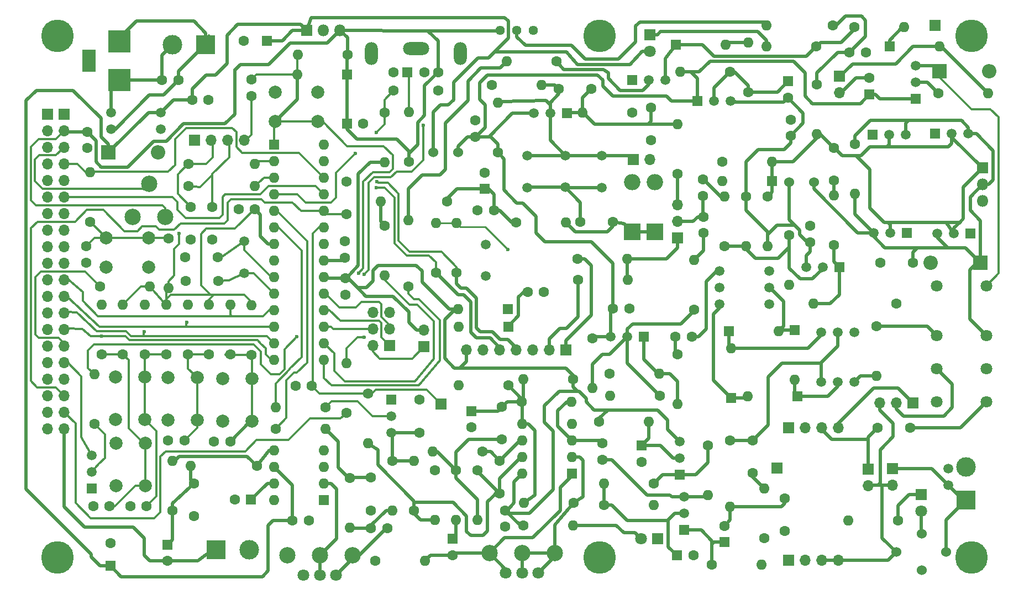
<source format=gbr>
%TF.GenerationSoftware,KiCad,Pcbnew,(6.0.11)*%
%TF.CreationDate,2023-05-06T11:31:50-05:00*%
%TF.ProjectId,RFBitBanger,52464269-7442-4616-9e67-65722e6b6963,rev?*%
%TF.SameCoordinates,Original*%
%TF.FileFunction,Copper,L2,Bot*%
%TF.FilePolarity,Positive*%
%FSLAX46Y46*%
G04 Gerber Fmt 4.6, Leading zero omitted, Abs format (unit mm)*
G04 Created by KiCad (PCBNEW (6.0.11)) date 2023-05-06 11:31:50*
%MOMM*%
%LPD*%
G01*
G04 APERTURE LIST*
%TA.AperFunction,ComponentPad*%
%ADD10C,1.600000*%
%TD*%
%TA.AperFunction,ComponentPad*%
%ADD11R,1.600000X1.600000*%
%TD*%
%TA.AperFunction,ComponentPad*%
%ADD12R,2.200000X2.200000*%
%TD*%
%TA.AperFunction,ComponentPad*%
%ADD13O,2.200000X2.200000*%
%TD*%
%TA.AperFunction,ComponentPad*%
%ADD14O,1.600000X1.600000*%
%TD*%
%TA.AperFunction,ComponentPad*%
%ADD15R,1.800000X1.800000*%
%TD*%
%TA.AperFunction,ComponentPad*%
%ADD16C,1.800000*%
%TD*%
%TA.AperFunction,ComponentPad*%
%ADD17R,2.500000X2.500000*%
%TD*%
%TA.AperFunction,ComponentPad*%
%ADD18O,2.500000X2.500000*%
%TD*%
%TA.AperFunction,ComponentPad*%
%ADD19R,3.000000X3.000000*%
%TD*%
%TA.AperFunction,ComponentPad*%
%ADD20C,3.000000*%
%TD*%
%TA.AperFunction,ComponentPad*%
%ADD21R,3.500000X3.500000*%
%TD*%
%TA.AperFunction,ComponentPad*%
%ADD22R,2.000000X3.500000*%
%TD*%
%TA.AperFunction,ComponentPad*%
%ADD23R,1.700000X1.700000*%
%TD*%
%TA.AperFunction,ComponentPad*%
%ADD24O,1.700000X1.700000*%
%TD*%
%TA.AperFunction,ComponentPad*%
%ADD25R,1.520000X1.520000*%
%TD*%
%TA.AperFunction,ComponentPad*%
%ADD26C,1.520000*%
%TD*%
%TA.AperFunction,ComponentPad*%
%ADD27C,2.000000*%
%TD*%
%TA.AperFunction,ComponentPad*%
%ADD28O,1.800000X1.800000*%
%TD*%
%TA.AperFunction,ComponentPad*%
%ADD29C,1.500000*%
%TD*%
%TA.AperFunction,ComponentPad*%
%ADD30C,2.500000*%
%TD*%
%TA.AperFunction,ComponentPad*%
%ADD31C,1.524000*%
%TD*%
%TA.AperFunction,ComponentPad*%
%ADD32O,2.000000X3.500000*%
%TD*%
%TA.AperFunction,ComponentPad*%
%ADD33O,4.000000X2.000000*%
%TD*%
%TA.AperFunction,ComponentPad*%
%ADD34C,1.440000*%
%TD*%
%TA.AperFunction,ComponentPad*%
%ADD35C,5.000000*%
%TD*%
%TA.AperFunction,ViaPad*%
%ADD36C,0.600000*%
%TD*%
%TA.AperFunction,Conductor*%
%ADD37C,0.350000*%
%TD*%
%TA.AperFunction,Conductor*%
%ADD38C,0.500000*%
%TD*%
%TA.AperFunction,Conductor*%
%ADD39C,0.250000*%
%TD*%
G04 APERTURE END LIST*
D10*
%TO.P,C32,1*%
%TO.N,AMPOUT*%
X176560000Y-95330000D03*
%TO.P,C32,2*%
%TO.N,GND*%
X171560000Y-95330000D03*
%TD*%
%TO.P,C26,1*%
%TO.N,Net-(C26-Pad1)*%
X176080000Y-120620000D03*
%TO.P,C26,2*%
%TO.N,Net-(C26-Pad2)*%
X171080000Y-120620000D03*
%TD*%
%TO.P,C1,1*%
%TO.N,+5V*%
X89570000Y-97680000D03*
%TO.P,C1,2*%
%TO.N,GND*%
X89570000Y-100180000D03*
%TD*%
%TO.P,C2,1*%
%TO.N,RESET*%
X75185000Y-67215000D03*
%TO.P,C2,2*%
%TO.N,Net-(C2-Pad2)*%
X75185000Y-69715000D03*
%TD*%
%TO.P,C4,1*%
%TO.N,Net-(C4-Pad1)*%
X69170000Y-86730000D03*
%TO.P,C4,2*%
%TO.N,GND*%
X69170000Y-91730000D03*
%TD*%
%TO.P,C5,1*%
%TO.N,Net-(C5-Pad1)*%
X65880000Y-86730000D03*
%TO.P,C5,2*%
%TO.N,GND*%
X65880000Y-91730000D03*
%TD*%
D11*
%TO.P,C6,1*%
%TO.N,+5V*%
X89795000Y-73985000D03*
D10*
%TO.P,C6,2*%
%TO.N,GND*%
X92295000Y-73985000D03*
%TD*%
%TO.P,C8,1*%
%TO.N,GND*%
X65045000Y-94405000D03*
%TO.P,C8,2*%
%TO.N,Net-(C8-Pad2)*%
X70045000Y-94405000D03*
%TD*%
%TO.P,C9,1*%
%TO.N,GND*%
X65085000Y-98065000D03*
%TO.P,C9,2*%
%TO.N,Net-(C9-Pad2)*%
X70085000Y-98065000D03*
%TD*%
%TO.P,C10,1*%
%TO.N,GND*%
X69430000Y-122690000D03*
%TO.P,C10,2*%
%TO.N,Net-(C10-Pad2)*%
X71930000Y-122690000D03*
%TD*%
%TO.P,C11,1*%
%TO.N,GND*%
X62400000Y-122550000D03*
%TO.P,C11,2*%
%TO.N,Net-(C11-Pad2)*%
X64900000Y-122550000D03*
%TD*%
D11*
%TO.P,C12,1*%
%TO.N,Net-(C12-Pad1)*%
X110890000Y-83960000D03*
D10*
%TO.P,C12,2*%
%TO.N,GND*%
X110890000Y-81460000D03*
%TD*%
%TO.P,C13,1*%
%TO.N,Net-(C12-Pad1)*%
X112320000Y-87280000D03*
%TO.P,C13,2*%
%TO.N,GND*%
X109820000Y-87280000D03*
%TD*%
D11*
%TO.P,C15,1*%
%TO.N,Net-(C15-Pad1)*%
X75120000Y-131650000D03*
D10*
%TO.P,C15,2*%
%TO.N,GND*%
X72620000Y-131650000D03*
%TD*%
%TO.P,C16,1*%
%TO.N,GND*%
X56630000Y-132600000D03*
%TO.P,C16,2*%
%TO.N,Net-(C16-Pad2)*%
X59130000Y-132600000D03*
%TD*%
%TO.P,C17,1*%
%TO.N,GND*%
X50930000Y-132660000D03*
%TO.P,C17,2*%
%TO.N,Net-(C17-Pad2)*%
X53430000Y-132660000D03*
%TD*%
D11*
%TO.P,C19,1*%
%TO.N,Net-(C19-Pad1)*%
X62280000Y-138550000D03*
D10*
%TO.P,C19,2*%
%TO.N,SPKR*%
X62280000Y-141050000D03*
%TD*%
%TO.P,C20,1*%
%TO.N,GND*%
X160770000Y-89660000D03*
%TO.P,C20,2*%
%TO.N,Net-(C14-Pad2)*%
X160770000Y-92160000D03*
%TD*%
%TO.P,C21,1*%
%TO.N,Net-(C21-Pad1)*%
X127265000Y-68645000D03*
%TO.P,C21,2*%
%TO.N,Net-(C21-Pad2)*%
X122265000Y-68645000D03*
%TD*%
%TO.P,C22,1*%
%TO.N,Net-(C21-Pad1)*%
X136370000Y-71530000D03*
%TO.P,C22,2*%
%TO.N,GND*%
X136370000Y-76530000D03*
%TD*%
%TO.P,C25,1*%
%TO.N,+5V*%
X114080000Y-133300000D03*
%TO.P,C25,2*%
%TO.N,GND*%
X114080000Y-135800000D03*
%TD*%
%TO.P,C33,1*%
%TO.N,AUDIOFILT*%
X84430000Y-114200000D03*
%TO.P,C33,2*%
%TO.N,GND*%
X81930000Y-114200000D03*
%TD*%
%TO.P,C34,1*%
%TO.N,Net-(C34-Pad1)*%
X93500000Y-136060000D03*
%TO.P,C34,2*%
%TO.N,Net-(C34-Pad2)*%
X96000000Y-136060000D03*
%TD*%
%TO.P,C35,1*%
%TO.N,Net-(C35-Pad1)*%
X113230000Y-125650000D03*
%TO.P,C35,2*%
%TO.N,AUDIO*%
X113230000Y-130650000D03*
%TD*%
D12*
%TO.P,D1,1,K*%
%TO.N,+12V*%
X53280000Y-78380000D03*
D13*
%TO.P,D1,2,A*%
%TO.N,GND*%
X60900000Y-78380000D03*
%TD*%
D11*
%TO.P,D2,1,K*%
%TO.N,+5V*%
X89860000Y-66410000D03*
D14*
%TO.P,D2,2,A*%
%TO.N,RESET*%
X82240000Y-66410000D03*
%TD*%
D15*
%TO.P,D3,1,K*%
%TO.N,GND*%
X137410000Y-137630000D03*
D16*
%TO.P,D3,2,A*%
%TO.N,Net-(D3-Pad2)*%
X134870000Y-137630000D03*
%TD*%
D17*
%TO.P,D4,1,K*%
%TO.N,Net-(C48-Pad2)*%
X133500000Y-90530000D03*
D18*
%TO.P,D4,2,A*%
%TO.N,GND*%
X133500000Y-82910000D03*
%TD*%
D17*
%TO.P,D5,1,K*%
%TO.N,Net-(C48-Pad2)*%
X137000000Y-90550000D03*
D18*
%TO.P,D5,2,A*%
%TO.N,GND*%
X137000000Y-82930000D03*
%TD*%
D19*
%TO.P,J1,1,Pin_1*%
%TO.N,Net-(C58-Pad1)*%
X68195000Y-61835000D03*
D20*
%TO.P,J1,2,Pin_2*%
%TO.N,Net-(C58-Pad2)*%
X63115000Y-61835000D03*
%TD*%
D21*
%TO.P,J2,1*%
%TO.N,Net-(C58-Pad2)*%
X54955000Y-67305000D03*
%TO.P,J2,2*%
%TO.N,Net-(C58-Pad1)*%
X54955000Y-61305000D03*
D22*
%TO.P,J2,3*%
%TO.N,unconnected-(J2-Pad3)*%
X50255000Y-64305000D03*
%TD*%
D23*
%TO.P,J5,1,Pin_1*%
%TO.N,GND*%
X66500000Y-76500000D03*
D24*
%TO.P,J5,2,Pin_2*%
%TO.N,Net-(C5-Pad1)*%
X69040000Y-76500000D03*
%TO.P,J5,3,Pin_3*%
%TO.N,Net-(C4-Pad1)*%
X71580000Y-76500000D03*
%TO.P,J5,4,Pin_4*%
%TO.N,Net-(C2-Pad2)*%
X74120000Y-76500000D03*
%TD*%
D19*
%TO.P,J11,1,Pin_1*%
%TO.N,SPKR*%
X69800000Y-139350000D03*
D20*
%TO.P,J11,2,Pin_2*%
%TO.N,GND*%
X74880000Y-139350000D03*
%TD*%
D10*
%TO.P,L1,1,1*%
%TO.N,Net-(C4-Pad1)*%
X65560000Y-83520000D03*
D14*
%TO.P,L1,2,2*%
%TO.N,TXD*%
X75720000Y-83520000D03*
%TD*%
D10*
%TO.P,L2,1,1*%
%TO.N,Net-(C5-Pad1)*%
X65575000Y-80155000D03*
D14*
%TO.P,L2,2,2*%
%TO.N,RXD*%
X75735000Y-80155000D03*
%TD*%
D10*
%TO.P,L3,1,1*%
%TO.N,Net-(C12-Pad1)*%
X105140000Y-85860000D03*
D14*
%TO.P,L3,2,2*%
%TO.N,Net-(L3-Pad2)*%
X94980000Y-85860000D03*
%TD*%
D10*
%TO.P,L9,1,1*%
%TO.N,TRANSMIT*%
X99210000Y-98960000D03*
D14*
%TO.P,L9,2,2*%
%TO.N,Net-(L9-Pad2)*%
X99210000Y-88800000D03*
%TD*%
D25*
%TO.P,Q1,1,E*%
%TO.N,Net-(C49-Pad1)*%
X141500000Y-136300000D03*
D26*
%TO.P,Q1,2,B*%
%TO.N,Net-(C50-Pad1)*%
X141500000Y-133760000D03*
%TO.P,Q1,3,C*%
%TO.N,Net-(C54-Pad1)*%
X141500000Y-131220000D03*
%TD*%
D25*
%TO.P,Q2,1,E*%
%TO.N,Net-(C21-Pad1)*%
X123490000Y-72390000D03*
D26*
%TO.P,Q2,2,B*%
%TO.N,Net-(C21-Pad2)*%
X120950000Y-72390000D03*
%TO.P,Q2,3,C*%
%TO.N,Net-(C36-Pad1)*%
X118410000Y-72390000D03*
%TD*%
D25*
%TO.P,Q3,1,S*%
%TO.N,GND*%
X170350000Y-75630000D03*
D26*
%TO.P,Q3,2,G*%
%TO.N,Net-(C23-Pad2)*%
X172890000Y-75630000D03*
%TO.P,Q3,3,D*%
%TO.N,AMPOUT*%
X175430000Y-75630000D03*
%TD*%
D25*
%TO.P,Q4,1,E*%
%TO.N,GND*%
X96640000Y-116330000D03*
D26*
%TO.P,Q4,2,B*%
%TO.N,Net-(Q4-Pad2)*%
X96640000Y-118870000D03*
%TO.P,Q4,3,C*%
%TO.N,Net-(C18-Pad1)*%
X96640000Y-121410000D03*
%TD*%
D27*
%TO.P,SW1,1,1*%
%TO.N,GND*%
X85325000Y-69115000D03*
X78825000Y-69115000D03*
%TO.P,SW1,2,2*%
%TO.N,RESET*%
X85325000Y-73615000D03*
X78825000Y-73615000D03*
%TD*%
%TO.P,SW2,1,1*%
%TO.N,Net-(C10-Pad2)*%
X75245000Y-119575000D03*
X75245000Y-113075000D03*
%TO.P,SW2,2,2*%
%TO.N,GND*%
X70745000Y-119575000D03*
X70745000Y-113075000D03*
%TD*%
%TO.P,SW3,1,1*%
%TO.N,Net-(C16-Pad2)*%
X58825000Y-119315000D03*
X58825000Y-112815000D03*
%TO.P,SW3,2,2*%
%TO.N,GND*%
X54325000Y-112815000D03*
X54325000Y-119315000D03*
%TD*%
%TO.P,SW4,1,1*%
%TO.N,Net-(C17-Pad2)*%
X58945000Y-122985000D03*
X58945000Y-129485000D03*
%TO.P,SW4,2,2*%
%TO.N,GND*%
X54445000Y-129485000D03*
X54445000Y-122985000D03*
%TD*%
%TO.P,SW5,1,1*%
%TO.N,Net-(C11-Pad2)*%
X66865000Y-119425000D03*
X66865000Y-112925000D03*
%TO.P,SW5,2,2*%
%TO.N,GND*%
X62365000Y-119425000D03*
X62365000Y-112925000D03*
%TD*%
D15*
%TO.P,U2,1,VI*%
%TO.N,+12V*%
X83670000Y-59660000D03*
D28*
%TO.P,U2,2,GND*%
%TO.N,GND*%
X86210000Y-59660000D03*
%TO.P,U2,3,VO*%
%TO.N,+5V*%
X88750000Y-59660000D03*
%TD*%
D29*
%TO.P,Y1,1,1*%
%TO.N,Net-(C8-Pad2)*%
X74045000Y-91985000D03*
%TO.P,Y1,2,2*%
%TO.N,Net-(C9-Pad2)*%
X74045000Y-96865000D03*
%TD*%
%TO.P,Y2,1,1*%
%TO.N,Net-(C21-Pad2)*%
X117420000Y-78870000D03*
%TO.P,Y2,2,2*%
%TO.N,Net-(C48-Pad1)*%
X117420000Y-83750000D03*
%TD*%
D11*
%TO.P,U1,1,(PCINT14/~{RESET})PC6*%
%TO.N,RESET*%
X78675000Y-77165000D03*
D14*
%TO.P,U1,2,(PCINT16/RXD)PD0*%
%TO.N,RXD*%
X78675000Y-79705000D03*
%TO.P,U1,3,(PCINT17/TXD)PD1*%
%TO.N,TXD*%
X78675000Y-82245000D03*
%TO.P,U1,4,(PCINT18/INT0)PD2*%
%TO.N,PS2CLK*%
X78675000Y-84785000D03*
%TO.P,U1,5,(PCINT19/OC2B/INT1)PD3*%
%TO.N,BEEPOUT*%
X78675000Y-87325000D03*
%TO.P,U1,6,(PCINT20/XCK/T0)PD4*%
%TO.N,MUTEAUDIO*%
X78675000Y-89865000D03*
%TO.P,U1,7,VCC*%
%TO.N,+5V*%
X78675000Y-92405000D03*
%TO.P,U1,8,GND*%
%TO.N,GND*%
X78675000Y-94945000D03*
%TO.P,U1,9,(PCINT6/XTAL1/TOSC1)PB6*%
%TO.N,Net-(C8-Pad2)*%
X78675000Y-97485000D03*
%TO.P,U1,10,(PCINT7/XTAL2/TOSC2)PB7*%
%TO.N,Net-(C9-Pad2)*%
X78675000Y-100025000D03*
%TO.P,U1,11,(PCINT21/OC0B/T1)PD5*%
%TO.N,DB4*%
X78675000Y-102565000D03*
%TO.P,U1,12,(PCINT22/OC0A/AIN0)PD6*%
%TO.N,DB5*%
X78675000Y-105105000D03*
%TO.P,U1,13,(PCINT23/AIN1)PD7*%
%TO.N,DB6*%
X78675000Y-107645000D03*
%TO.P,U1,14,(PCINT0/CLKO/ICP1)PB0*%
%TO.N,DB7*%
X78675000Y-110185000D03*
%TO.P,U1,15,(PCINT1/OC1A)PB1*%
%TO.N,TRANSMIT*%
X86295000Y-110185000D03*
%TO.P,U1,16,(PCINT2/OC1B/~{SS})PB2*%
%TO.N,TUNING*%
X86295000Y-107645000D03*
%TO.P,U1,17,(PCINT3/OC2A/MOSI)PB3*%
%TO.N,MOSI*%
X86295000Y-105105000D03*
%TO.P,U1,18,(PCINT4/MISO)PB4*%
%TO.N,MISO*%
X86295000Y-102565000D03*
%TO.P,U1,19,(PCINT5/SCK)PB5*%
%TO.N,SCK*%
X86295000Y-100025000D03*
%TO.P,U1,20,AVCC*%
%TO.N,+5V*%
X86295000Y-97485000D03*
%TO.P,U1,21,AREF*%
%TO.N,Net-(C57-Pad1)*%
X86295000Y-94945000D03*
%TO.P,U1,22,GND*%
%TO.N,GND*%
X86295000Y-92405000D03*
%TO.P,U1,23,(PCINT8/ADC0)PC0*%
%TO.N,AUDIOFILT*%
X86295000Y-89865000D03*
%TO.P,U1,24,(PCINT9/ADC1)PC1*%
%TO.N,MICPADDLE*%
X86295000Y-87325000D03*
%TO.P,U1,25,(PCINT10/ADC2)PC2*%
%TO.N,E*%
X86295000Y-84785000D03*
%TO.P,U1,26,(PCINT11/ADC3)PC3*%
%TO.N,RS*%
X86295000Y-82245000D03*
%TO.P,U1,27,(PCINT12/SDA/ADC4)PC4*%
%TO.N,SDA*%
X86295000Y-79705000D03*
%TO.P,U1,28,(PCINT13/SCL/ADC5)PC5*%
%TO.N,SCL*%
X86295000Y-77165000D03*
%TD*%
D23*
%TO.P,J9,1,Pin_1*%
%TO.N,MISO*%
X96360000Y-108020000D03*
D24*
%TO.P,J9,2,Pin_2*%
%TO.N,Net-(J9-Pad2)*%
X93820000Y-108020000D03*
%TO.P,J9,3,Pin_3*%
%TO.N,SCK*%
X96360000Y-105480000D03*
%TO.P,J9,4,Pin_4*%
%TO.N,MOSI*%
X93820000Y-105480000D03*
%TO.P,J9,5,Pin_5*%
%TO.N,RESET*%
X96360000Y-102940000D03*
%TO.P,J9,6,Pin_6*%
%TO.N,GND*%
X93820000Y-102940000D03*
%TD*%
D10*
%TO.P,C37,1*%
%TO.N,+12V*%
X81450000Y-134840000D03*
%TO.P,C37,2*%
%TO.N,GND*%
X83950000Y-134840000D03*
%TD*%
D11*
%TO.P,U3,1*%
%TO.N,unconnected-(U3-Pad1)*%
X86300000Y-131700000D03*
D14*
%TO.P,U3,2,-*%
%TO.N,Net-(RV1-Pad2)*%
X86300000Y-129160000D03*
%TO.P,U3,3,+*%
%TO.N,GND*%
X86300000Y-126620000D03*
%TO.P,U3,4,Gnd*%
X86300000Y-124080000D03*
%TO.P,U3,5*%
%TO.N,Net-(L10-Pad1)*%
X78680000Y-124080000D03*
%TO.P,U3,6,V+*%
%TO.N,+12V*%
X78680000Y-126620000D03*
%TO.P,U3,7*%
%TO.N,Net-(C15-Pad1)*%
X78680000Y-129160000D03*
%TO.P,U3,8*%
%TO.N,unconnected-(U3-Pad8)*%
X78680000Y-131700000D03*
%TD*%
D11*
%TO.P,U4,1*%
%TO.N,Net-(C39-Pad2)*%
X124300000Y-127650000D03*
D14*
%TO.P,U4,2,-*%
%TO.N,Net-(R63-Pad1)*%
X124300000Y-125110000D03*
%TO.P,U4,3,+*%
%TO.N,Net-(C54-Pad2)*%
X124300000Y-122570000D03*
%TO.P,U4,4,V-*%
%TO.N,GND*%
X124300000Y-120030000D03*
%TO.P,U4,5,+*%
%TO.N,Net-(C40-Pad1)*%
X116680000Y-120030000D03*
%TO.P,U4,6,-*%
%TO.N,Net-(C35-Pad1)*%
X116680000Y-122570000D03*
%TO.P,U4,7*%
%TO.N,AUDIO*%
X116680000Y-125110000D03*
%TO.P,U4,8,V+*%
%TO.N,+5V*%
X116680000Y-127650000D03*
%TD*%
D25*
%TO.P,Q5,1,S*%
%TO.N,GND*%
X185340000Y-90830000D03*
D26*
%TO.P,Q5,2,G*%
%TO.N,Net-(C23-Pad2)*%
X182800000Y-90830000D03*
%TO.P,Q5,3,D*%
%TO.N,AMPOUT*%
X180260000Y-90830000D03*
%TD*%
D25*
%TO.P,Q6,1,S*%
%TO.N,GND*%
X175560000Y-90680000D03*
D26*
%TO.P,Q6,2,G*%
%TO.N,Net-(C23-Pad2)*%
X173020000Y-90680000D03*
%TO.P,Q6,3,D*%
%TO.N,AMPOUT*%
X170480000Y-90680000D03*
%TD*%
D25*
%TO.P,Q7,1,S*%
%TO.N,GND*%
X179960000Y-75520000D03*
D26*
%TO.P,Q7,2,G*%
%TO.N,Net-(C23-Pad2)*%
X182500000Y-75520000D03*
%TO.P,Q7,3,D*%
%TO.N,AMPOUT*%
X185040000Y-75520000D03*
%TD*%
D11*
%TO.P,C14,1*%
%TO.N,Net-(C14-Pad1)*%
X157360000Y-67480000D03*
D10*
%TO.P,C14,2*%
%TO.N,Net-(C14-Pad2)*%
X157360000Y-69980000D03*
%TD*%
D30*
%TO.P,RV3,1,1*%
%TO.N,GND*%
X57000000Y-88250000D03*
%TO.P,RV3,2,2*%
%TO.N,Net-(RV3-Pad2)*%
X59500000Y-83210000D03*
%TO.P,RV3,3,3*%
%TO.N,+5V*%
X62000000Y-88250000D03*
%TD*%
D10*
%TO.P,C42,1*%
%TO.N,+5V*%
X50010000Y-75210000D03*
%TO.P,C42,2*%
%TO.N,GND*%
X50010000Y-77710000D03*
%TD*%
D23*
%TO.P,JP3,1,1*%
%TO.N,Net-(J9-Pad2)*%
X101610000Y-108200000D03*
D24*
%TO.P,JP3,2,2*%
%TO.N,+5V*%
X101610000Y-105660000D03*
%TD*%
D10*
%TO.P,R1,1*%
%TO.N,+5V*%
X89880000Y-63400000D03*
D14*
%TO.P,R1,2*%
%TO.N,RESET*%
X82260000Y-63400000D03*
%TD*%
D10*
%TO.P,R2,1*%
%TO.N,Net-(R2-Pad1)*%
X52020000Y-98940000D03*
D14*
%TO.P,R2,2*%
%TO.N,+5V*%
X59640000Y-98940000D03*
%TD*%
D10*
%TO.P,R3,1*%
%TO.N,Net-(C11-Pad2)*%
X65465000Y-109385000D03*
D14*
%TO.P,R3,2*%
%TO.N,DB5*%
X65465000Y-101765000D03*
%TD*%
D10*
%TO.P,R4,1*%
%TO.N,+5V*%
X116860000Y-135600000D03*
D14*
%TO.P,R4,2*%
%TO.N,Net-(D3-Pad2)*%
X124480000Y-135600000D03*
%TD*%
D10*
%TO.P,R6,1*%
%TO.N,Net-(C10-Pad2)*%
X75215000Y-109415000D03*
D14*
%TO.P,R6,2*%
%TO.N,+5V*%
X75215000Y-101795000D03*
%TD*%
D10*
%TO.P,R7,1*%
%TO.N,Net-(L3-Pad2)*%
X95610000Y-89600000D03*
D14*
%TO.P,R7,2*%
%TO.N,TUNING*%
X95610000Y-97220000D03*
%TD*%
D10*
%TO.P,R8,1*%
%TO.N,Net-(C14-Pad1)*%
X148530000Y-66020000D03*
D14*
%TO.P,R8,2*%
%TO.N,Net-(C36-Pad1)*%
X140910000Y-66020000D03*
%TD*%
D10*
%TO.P,R9,1*%
%TO.N,Net-(C12-Pad1)*%
X115710000Y-89080000D03*
D14*
%TO.P,R9,2*%
%TO.N,Net-(C48-Pad2)*%
X123330000Y-89080000D03*
%TD*%
D10*
%TO.P,R11,1*%
%TO.N,Net-(C19-Pad1)*%
X63060000Y-133350000D03*
D14*
%TO.P,R11,2*%
%TO.N,Net-(L10-Pad1)*%
X63060000Y-125730000D03*
%TD*%
D10*
%TO.P,R12,1*%
%TO.N,Net-(C16-Pad2)*%
X62165000Y-109355000D03*
D14*
%TO.P,R12,2*%
%TO.N,+5V*%
X62165000Y-101735000D03*
%TD*%
D10*
%TO.P,R13,1*%
%TO.N,Net-(C17-Pad2)*%
X55495000Y-109345000D03*
D14*
%TO.P,R13,2*%
%TO.N,+5V*%
X55495000Y-101725000D03*
%TD*%
D10*
%TO.P,R14,1*%
%TO.N,Net-(C14-Pad1)*%
X151260000Y-69090000D03*
D14*
%TO.P,R14,2*%
%TO.N,Net-(D18-Pad2)*%
X151260000Y-61470000D03*
%TD*%
D10*
%TO.P,R15,1*%
%TO.N,Net-(C36-Pad1)*%
X112930000Y-78400000D03*
D14*
%TO.P,R15,2*%
%TO.N,Net-(C21-Pad2)*%
X112930000Y-70780000D03*
%TD*%
D10*
%TO.P,R16,1*%
%TO.N,GND*%
X111980000Y-68060000D03*
D14*
%TO.P,R16,2*%
%TO.N,Net-(C21-Pad2)*%
X119600000Y-68060000D03*
%TD*%
D10*
%TO.P,R17,1*%
%TO.N,GND*%
X133530000Y-72250000D03*
D14*
%TO.P,R17,2*%
%TO.N,Net-(C21-Pad1)*%
X125910000Y-72250000D03*
%TD*%
D10*
%TO.P,R18,1*%
%TO.N,+5V*%
X124500000Y-113130000D03*
D14*
%TO.P,R18,2*%
%TO.N,Net-(C40-Pad1)*%
X116880000Y-113130000D03*
%TD*%
D10*
%TO.P,R19,1*%
%TO.N,Net-(C40-Pad1)*%
X114530000Y-114130000D03*
D14*
%TO.P,R19,2*%
%TO.N,GND*%
X106910000Y-114130000D03*
%TD*%
D10*
%TO.P,R20,1*%
%TO.N,Net-(Q9-Pad2)*%
X147690000Y-92760000D03*
D14*
%TO.P,R20,2*%
%TO.N,Net-(C56-Pad1)*%
X147690000Y-85140000D03*
%TD*%
D10*
%TO.P,R21,1*%
%TO.N,GND*%
X153770000Y-137580000D03*
D14*
%TO.P,R21,2*%
%TO.N,Net-(C27-Pad1)*%
X153770000Y-129960000D03*
%TD*%
D10*
%TO.P,R23,1*%
%TO.N,AUDIO*%
X109840000Y-127140000D03*
D14*
%TO.P,R23,2*%
%TO.N,Net-(C45-Pad2)*%
X109840000Y-134760000D03*
%TD*%
D10*
%TO.P,R26,1*%
%TO.N,Net-(C35-Pad1)*%
X110570000Y-124240000D03*
D14*
%TO.P,R26,2*%
%TO.N,Net-(C45-Pad2)*%
X102950000Y-124240000D03*
%TD*%
D10*
%TO.P,R27,1*%
%TO.N,Net-(C45-Pad2)*%
X106510000Y-127150000D03*
D14*
%TO.P,R27,2*%
%TO.N,Net-(C39-Pad1)*%
X106510000Y-134770000D03*
%TD*%
D10*
%TO.P,R29,1*%
%TO.N,Net-(C10-Pad2)*%
X71955000Y-109365000D03*
D14*
%TO.P,R29,2*%
%TO.N,DB4*%
X71955000Y-101745000D03*
%TD*%
D10*
%TO.P,R30,1*%
%TO.N,Net-(Q4-Pad2)*%
X86530000Y-117460000D03*
D14*
%TO.P,R30,2*%
%TO.N,MUTEAUDIO*%
X78910000Y-117460000D03*
%TD*%
D10*
%TO.P,R31,1*%
%TO.N,Net-(C60-Pad2)*%
X90220000Y-128320000D03*
D14*
%TO.P,R31,2*%
%TO.N,Net-(C34-Pad1)*%
X90220000Y-135940000D03*
%TD*%
D10*
%TO.P,R32,1*%
%TO.N,AUDIO*%
X100090000Y-133350000D03*
D14*
%TO.P,R32,2*%
%TO.N,Net-(C18-Pad1)*%
X100090000Y-125730000D03*
%TD*%
D10*
%TO.P,R33,1*%
%TO.N,Net-(C11-Pad2)*%
X68675000Y-109385000D03*
D14*
%TO.P,R33,2*%
%TO.N,+5V*%
X68675000Y-101765000D03*
%TD*%
D10*
%TO.P,R34,1*%
%TO.N,Net-(C18-Pad1)*%
X96740000Y-125690000D03*
D14*
%TO.P,R34,2*%
%TO.N,Net-(C34-Pad1)*%
X96740000Y-133310000D03*
%TD*%
D10*
%TO.P,R36,1*%
%TO.N,GND*%
X103270000Y-127100000D03*
D14*
%TO.P,R36,2*%
%TO.N,AUDIO*%
X103270000Y-134720000D03*
%TD*%
D10*
%TO.P,R37,1*%
%TO.N,GND*%
X94160000Y-141010000D03*
D14*
%TO.P,R37,2*%
%TO.N,Net-(C39-Pad2)*%
X101780000Y-141010000D03*
%TD*%
D10*
%TO.P,R46,1*%
%TO.N,Net-(C17-Pad2)*%
X52275000Y-109325000D03*
D14*
%TO.P,R46,2*%
%TO.N,DB7*%
X52275000Y-101705000D03*
%TD*%
D10*
%TO.P,R47,1*%
%TO.N,Net-(C16-Pad2)*%
X58825000Y-109345000D03*
D14*
%TO.P,R47,2*%
%TO.N,DB6*%
X58825000Y-101725000D03*
%TD*%
D10*
%TO.P,R24,1*%
%TO.N,AUDIOFILT*%
X93020000Y-115380000D03*
D14*
%TO.P,R24,2*%
%TO.N,AUDIO*%
X93020000Y-123000000D03*
%TD*%
D10*
%TO.P,C44,1*%
%TO.N,GND*%
X68585000Y-70295000D03*
%TO.P,C44,2*%
%TO.N,+12V*%
X66085000Y-70295000D03*
%TD*%
D23*
%TO.P,JP4,1,1*%
%TO.N,Net-(C26-Pad2)*%
X169660000Y-126990000D03*
D24*
%TO.P,JP4,2,2*%
%TO.N,Net-(J18-Pad3)*%
X169660000Y-129530000D03*
%TD*%
D10*
%TO.P,C47,1*%
%TO.N,GND*%
X120010000Y-99770000D03*
%TO.P,C47,2*%
%TO.N,Net-(C47-Pad2)*%
X117510000Y-99770000D03*
%TD*%
D11*
%TO.P,D10,1,K*%
%TO.N,Net-(D10-Pad1)*%
X114440000Y-102370000D03*
D14*
%TO.P,D10,2,A*%
%TO.N,+5V*%
X106820000Y-102370000D03*
%TD*%
D11*
%TO.P,D14,1,K*%
%TO.N,Net-(C47-Pad2)*%
X114530000Y-105110000D03*
D14*
%TO.P,D14,2,A*%
%TO.N,Net-(D10-Pad1)*%
X106910000Y-105110000D03*
%TD*%
D23*
%TO.P,JP5,1,1*%
%TO.N,PLLOSC*%
X140475000Y-91525000D03*
D24*
%TO.P,JP5,2,2*%
%TO.N,Net-(C51-Pad1)*%
X140475000Y-88985000D03*
%TO.P,JP5,3,3*%
%TO.N,XOSC*%
X140475000Y-86445000D03*
%TD*%
D10*
%TO.P,R35,1*%
%TO.N,SCL*%
X106600000Y-96850000D03*
D14*
%TO.P,R35,2*%
%TO.N,Net-(C47-Pad2)*%
X106600000Y-89230000D03*
%TD*%
D10*
%TO.P,R48,1*%
%TO.N,SDA*%
X103440000Y-96850000D03*
D14*
%TO.P,R48,2*%
%TO.N,Net-(C47-Pad2)*%
X103440000Y-89230000D03*
%TD*%
D10*
%TO.P,R49,1*%
%TO.N,Net-(J10-Pad1)*%
X125120000Y-94680000D03*
D14*
%TO.P,R49,2*%
%TO.N,PLLOSC*%
X132740000Y-94680000D03*
%TD*%
D10*
%TO.P,R50,1*%
%TO.N,Net-(J10-Pad2)*%
X125200000Y-97920000D03*
D14*
%TO.P,R50,2*%
%TO.N,PLLOSC*%
X132820000Y-97920000D03*
%TD*%
D29*
%TO.P,Y3,1,1*%
%TO.N,Net-(U6-Pad2)*%
X111060000Y-92480000D03*
%TO.P,Y3,2,2*%
%TO.N,Net-(U6-Pad3)*%
X111060000Y-97360000D03*
%TD*%
%TO.P,J12,1,In*%
%TO.N,Net-(J12-Pad1)*%
X181945000Y-129425000D03*
D19*
X184673000Y-131711000D03*
D29*
%TO.P,J12,2,Ext*%
%TO.N,GND*%
X181945000Y-126885000D03*
D20*
X184673000Y-126631000D03*
%TD*%
D16*
%TO.P,RLY1,1,Coil*%
%TO.N,TXRELAY*%
X187775000Y-98845000D03*
%TO.P,RLY1,2,Pole*%
%TO.N,AMPOUT*%
X187775000Y-106465000D03*
%TO.P,RLY1,3,NC*%
%TO.N,Net-(RLY1-Pad3)*%
X187775000Y-111545000D03*
%TO.P,RLY1,4,NO*%
%TO.N,Net-(C26-Pad1)*%
X187775000Y-116625000D03*
%TO.P,RLY1,5,Coil*%
%TO.N,GND*%
X180175000Y-98845000D03*
%TO.P,RLY1,6,Pole*%
%TO.N,RF*%
X180175000Y-106465000D03*
%TO.P,RLY1,7,NC*%
%TO.N,Net-(JP7-Pad2)*%
X180175000Y-111545000D03*
%TO.P,RLY1,8,NO*%
%TO.N,unconnected-(RLY1-Pad8)*%
X180175000Y-116625000D03*
%TD*%
D10*
%TO.P,C30,1*%
%TO.N,Net-(C30-Pad1)*%
X140130000Y-106640000D03*
%TO.P,C30,2*%
%TO.N,Net-(C30-Pad2)*%
X142630000Y-106640000D03*
%TD*%
D11*
%TO.P,D9,1,K*%
%TO.N,Net-(D11-Pad2)*%
X158450000Y-105625000D03*
D14*
%TO.P,D9,2,A*%
%TO.N,Net-(D12-Pad1)*%
X158450000Y-113245000D03*
%TD*%
D11*
%TO.P,D11,1,K*%
%TO.N,Net-(D11-Pad1)*%
X148325000Y-105800000D03*
D14*
%TO.P,D11,2,A*%
%TO.N,Net-(D11-Pad2)*%
X155945000Y-105800000D03*
%TD*%
D11*
%TO.P,D12,1,K*%
%TO.N,Net-(D12-Pad1)*%
X158800000Y-115775000D03*
D14*
%TO.P,D12,2,A*%
%TO.N,Net-(D12-Pad2)*%
X151180000Y-115775000D03*
%TD*%
D11*
%TO.P,D13,1,K*%
%TO.N,Net-(D12-Pad2)*%
X148675000Y-116050000D03*
D14*
%TO.P,D13,2,A*%
%TO.N,Net-(D11-Pad1)*%
X148675000Y-108430000D03*
%TD*%
D10*
%TO.P,R5,1*%
%TO.N,Net-(C30-Pad1)*%
X140470000Y-109350000D03*
D14*
%TO.P,R5,2*%
%TO.N,Net-(Q10-Pad1)*%
X140470000Y-116970000D03*
%TD*%
D10*
%TO.P,R22,1*%
%TO.N,Net-(C49-Pad1)*%
X145740000Y-141600000D03*
D14*
%TO.P,R22,2*%
%TO.N,GND*%
X153360000Y-141600000D03*
%TD*%
D10*
%TO.P,R25,1*%
%TO.N,RF*%
X170920000Y-105050000D03*
D14*
%TO.P,R25,2*%
%TO.N,Net-(R25-Pad2)*%
X170920000Y-112670000D03*
%TD*%
D11*
%TO.P,C36,1*%
%TO.N,Net-(C36-Pad1)*%
X169875000Y-69455000D03*
D10*
%TO.P,C36,2*%
%TO.N,Net-(C36-Pad2)*%
X169875000Y-66955000D03*
%TD*%
D25*
%TO.P,Q8,1,E*%
%TO.N,Net-(C36-Pad1)*%
X143530000Y-70490000D03*
D26*
%TO.P,Q8,2,B*%
%TO.N,Net-(C14-Pad1)*%
X146070000Y-70490000D03*
%TO.P,Q8,3,C*%
%TO.N,Net-(C14-Pad2)*%
X148610000Y-70490000D03*
%TD*%
D10*
%TO.P,R38,1*%
%TO.N,Net-(D18-Pad1)*%
X167585000Y-59145000D03*
D14*
%TO.P,R38,2*%
%TO.N,Net-(D15-Pad1)*%
X175205000Y-59145000D03*
%TD*%
D10*
%TO.P,R39,1*%
%TO.N,Net-(Q13-Pad2)*%
X180435000Y-69295000D03*
D14*
%TO.P,R39,2*%
%TO.N,Net-(D15-Pad2)*%
X188055000Y-69295000D03*
%TD*%
D23*
%TO.P,JP1,1,1*%
%TO.N,Net-(D15-Pad2)*%
X165265000Y-66695000D03*
D24*
%TO.P,JP1,2,2*%
%TO.N,Net-(C36-Pad2)*%
X165265000Y-69235000D03*
%TD*%
D11*
%TO.P,C39,1*%
%TO.N,Net-(C39-Pad1)*%
X105990000Y-137650000D03*
D10*
%TO.P,C39,2*%
%TO.N,Net-(C39-Pad2)*%
X105990000Y-140150000D03*
%TD*%
D11*
%TO.P,C40,1*%
%TO.N,Net-(C40-Pad1)*%
X108850000Y-118040000D03*
D10*
%TO.P,C40,2*%
%TO.N,GND*%
X108850000Y-120540000D03*
%TD*%
D23*
%TO.P,JP2,1,1*%
%TO.N,Net-(J12-Pad1)*%
X173430000Y-126910000D03*
D24*
%TO.P,JP2,2,2*%
%TO.N,Net-(J18-Pad3)*%
X173430000Y-129450000D03*
%TD*%
D31*
%TO.P,T3,1,RF*%
%TO.N,Net-(J18-Pad3)*%
X174000000Y-139700000D03*
%TO.P,T3,2,RF*%
%TO.N,Net-(J12-Pad1)*%
X181620000Y-139700000D03*
%TO.P,T3,3,SAMPLE*%
%TO.N,GND*%
X177873500Y-142494000D03*
%TO.P,T3,4,SAMPLE*%
%TO.N,Net-(D16-Pad2)*%
X177873500Y-136906000D03*
%TD*%
D15*
%TO.P,D16,1,K*%
%TO.N,Net-(D16-Pad1)*%
X177810000Y-130820000D03*
D16*
%TO.P,D16,2,A*%
%TO.N,Net-(D16-Pad2)*%
X177810000Y-133360000D03*
%TD*%
D10*
%TO.P,R28,1*%
%TO.N,Net-(D16-Pad1)*%
X174230000Y-134840000D03*
D14*
%TO.P,R28,2*%
%TO.N,GND*%
X166610000Y-134840000D03*
%TD*%
D11*
%TO.P,D17,1,K*%
%TO.N,Net-(C23-Pad2)*%
X154960000Y-82730000D03*
D14*
%TO.P,D17,2,A*%
%TO.N,GND*%
X147340000Y-82730000D03*
%TD*%
D25*
%TO.P,Q9,1,S*%
%TO.N,Net-(Q9-Pad1)*%
X165240000Y-95940000D03*
D26*
%TO.P,Q9,2,G*%
%TO.N,Net-(Q9-Pad2)*%
X162700000Y-95940000D03*
%TO.P,Q9,3,D*%
%TO.N,Net-(C14-Pad2)*%
X160160000Y-95940000D03*
%TD*%
D10*
%TO.P,C46,1*%
%TO.N,GND*%
X109440000Y-73480000D03*
%TO.P,C46,2*%
%TO.N,Net-(C36-Pad1)*%
X109440000Y-75980000D03*
%TD*%
%TO.P,R51,1*%
%TO.N,Net-(Q9-Pad1)*%
X164440000Y-92580000D03*
D14*
%TO.P,R51,2*%
%TO.N,Net-(C23-Pad1)*%
X164440000Y-84960000D03*
%TD*%
D10*
%TO.P,R52,1*%
%TO.N,Net-(C14-Pad2)*%
X150960000Y-85130000D03*
D14*
%TO.P,R52,2*%
%TO.N,Net-(Q9-Pad2)*%
X150960000Y-92750000D03*
%TD*%
D10*
%TO.P,C24,1*%
%TO.N,GND*%
X157780000Y-73340000D03*
%TO.P,C24,2*%
%TO.N,Net-(C14-Pad2)*%
X157780000Y-75840000D03*
%TD*%
%TO.P,R53,1*%
%TO.N,Net-(C23-Pad2)*%
X154260000Y-85130000D03*
D14*
%TO.P,R53,2*%
%TO.N,Net-(C14-Pad2)*%
X154260000Y-92750000D03*
%TD*%
D11*
%TO.P,C49,1*%
%TO.N,Net-(C49-Pad1)*%
X147630000Y-138140000D03*
D10*
%TO.P,C49,2*%
%TO.N,Net-(C43-Pad1)*%
X147630000Y-135640000D03*
%TD*%
D11*
%TO.P,C50,1*%
%TO.N,Net-(C50-Pad1)*%
X140400000Y-140200000D03*
D10*
%TO.P,C50,2*%
%TO.N,GND*%
X142900000Y-140200000D03*
%TD*%
%TO.P,C51,1*%
%TO.N,Net-(C51-Pad1)*%
X144420000Y-88230000D03*
%TO.P,C51,2*%
%TO.N,Net-(C51-Pad2)*%
X144420000Y-90730000D03*
%TD*%
D11*
%TO.P,C52,1*%
%TO.N,Net-(C52-Pad1)*%
X134990000Y-123330000D03*
D10*
%TO.P,C52,2*%
%TO.N,GND*%
X134990000Y-125830000D03*
%TD*%
%TO.P,C54,1*%
%TO.N,Net-(C54-Pad1)*%
X128930000Y-125500000D03*
%TO.P,C54,2*%
%TO.N,Net-(C54-Pad2)*%
X128930000Y-123000000D03*
%TD*%
%TO.P,C55,1*%
%TO.N,GND*%
X133080000Y-102340000D03*
%TO.P,C55,2*%
%TO.N,Net-(C36-Pad1)*%
X130580000Y-102340000D03*
%TD*%
%TO.P,C56,1*%
%TO.N,Net-(C56-Pad1)*%
X144370000Y-82530000D03*
%TO.P,C56,2*%
%TO.N,Net-(C51-Pad1)*%
X144370000Y-85030000D03*
%TD*%
D23*
%TO.P,JP7,1,1*%
%TO.N,Net-(J17-Pad4)*%
X176560000Y-116780000D03*
D24*
%TO.P,JP7,2,2*%
%TO.N,Net-(JP7-Pad2)*%
X174020000Y-116780000D03*
%TO.P,JP7,3,3*%
%TO.N,Net-(J18-Pad3)*%
X171480000Y-116780000D03*
%TD*%
D10*
%TO.P,L5,1,1*%
%TO.N,IF*%
X148500000Y-122540000D03*
D14*
%TO.P,L5,2,2*%
%TO.N,Net-(C43-Pad1)*%
X148500000Y-132700000D03*
%TD*%
D25*
%TO.P,Q10,1,E*%
%TO.N,Net-(Q10-Pad1)*%
X135300000Y-106675000D03*
D26*
%TO.P,Q10,2,B*%
%TO.N,Net-(Q10-Pad2)*%
X132760000Y-106675000D03*
%TO.P,Q10,3,C*%
%TO.N,Net-(C36-Pad1)*%
X130220000Y-106675000D03*
%TD*%
D25*
%TO.P,Q11,1,E*%
%TO.N,Net-(Q11-Pad1)*%
X140800000Y-127800000D03*
D26*
%TO.P,Q11,2,B*%
%TO.N,Net-(C52-Pad1)*%
X140800000Y-125260000D03*
%TO.P,Q11,3,C*%
%TO.N,+5V*%
X140800000Y-122720000D03*
%TD*%
D25*
%TO.P,Q12,1,E*%
%TO.N,GND*%
X133550000Y-67310000D03*
D26*
%TO.P,Q12,2,B*%
%TO.N,Net-(Q12-Pad2)*%
X136090000Y-67310000D03*
%TO.P,Q12,3,C*%
%TO.N,Net-(D18-Pad1)*%
X138630000Y-67310000D03*
%TD*%
D25*
%TO.P,Q13,1,E*%
%TO.N,Net-(C36-Pad1)*%
X176995000Y-70155000D03*
D26*
%TO.P,Q13,2,B*%
%TO.N,Net-(Q13-Pad2)*%
X176995000Y-67615000D03*
%TO.P,Q13,3,C*%
%TO.N,TXRELAY*%
X176995000Y-65075000D03*
%TD*%
D10*
%TO.P,R54,1*%
%TO.N,Net-(Q10-Pad2)*%
X143000000Y-102500000D03*
D14*
%TO.P,R54,2*%
%TO.N,Net-(C51-Pad2)*%
X143000000Y-94880000D03*
%TD*%
D10*
%TO.P,R55,1*%
%TO.N,Net-(C36-Pad1)*%
X127460000Y-106870000D03*
D14*
%TO.P,R55,2*%
%TO.N,Net-(Q10-Pad2)*%
X127460000Y-114490000D03*
%TD*%
D10*
%TO.P,R56,1*%
%TO.N,Net-(Q10-Pad2)*%
X137730000Y-115670000D03*
D14*
%TO.P,R56,2*%
%TO.N,GND*%
X130110000Y-115670000D03*
%TD*%
D10*
%TO.P,R57,1*%
%TO.N,Net-(Q11-Pad1)*%
X145120000Y-123330000D03*
D14*
%TO.P,R57,2*%
%TO.N,Net-(C54-Pad1)*%
X145120000Y-130950000D03*
%TD*%
D10*
%TO.P,R58,1*%
%TO.N,Net-(C50-Pad1)*%
X129190000Y-132440000D03*
D14*
%TO.P,R58,2*%
%TO.N,GND*%
X136810000Y-132440000D03*
%TD*%
D10*
%TO.P,R59,1*%
%TO.N,GND*%
X130070000Y-112320000D03*
D14*
%TO.P,R59,2*%
%TO.N,Net-(Q10-Pad1)*%
X137690000Y-112320000D03*
%TD*%
D10*
%TO.P,R60,1*%
%TO.N,Net-(Q11-Pad1)*%
X136820000Y-129170000D03*
D14*
%TO.P,R60,2*%
%TO.N,Net-(C50-Pad1)*%
X129200000Y-129170000D03*
%TD*%
D10*
%TO.P,R61,1*%
%TO.N,+5V*%
X128440000Y-119670000D03*
D14*
%TO.P,R61,2*%
%TO.N,Net-(C52-Pad1)*%
X136060000Y-119670000D03*
%TD*%
D10*
%TO.P,R62,1*%
%TO.N,Net-(C40-Pad1)*%
X116575000Y-116600000D03*
D14*
%TO.P,R62,2*%
%TO.N,Net-(C54-Pad2)*%
X124195000Y-116600000D03*
%TD*%
D10*
%TO.P,R63,1*%
%TO.N,Net-(R63-Pad1)*%
X124570000Y-132100000D03*
D14*
%TO.P,R63,2*%
%TO.N,Net-(C40-Pad1)*%
X116950000Y-132100000D03*
%TD*%
D10*
%TO.P,R65,1*%
%TO.N,Net-(Q12-Pad2)*%
X121920000Y-64370000D03*
D14*
%TO.P,R65,2*%
%TO.N,Net-(L9-Pad2)*%
X114300000Y-64370000D03*
%TD*%
D10*
%TO.P,R66,1*%
%TO.N,Net-(Q9-Pad2)*%
X157580000Y-91090000D03*
D14*
%TO.P,R66,2*%
%TO.N,GND*%
X157580000Y-98710000D03*
%TD*%
D10*
%TO.P,R67,1*%
%TO.N,GND*%
X147330000Y-79800000D03*
D14*
%TO.P,R67,2*%
%TO.N,Net-(C23-Pad2)*%
X154950000Y-79800000D03*
%TD*%
D10*
%TO.P,R68,1*%
%TO.N,XOSC*%
X140455000Y-81645000D03*
D14*
%TO.P,R68,2*%
%TO.N,Net-(C21-Pad1)*%
X140455000Y-74025000D03*
%TD*%
D29*
%TO.P,Y4,1,1*%
%TO.N,Net-(C21-Pad2)*%
X123250000Y-78830000D03*
%TO.P,Y4,2,2*%
%TO.N,Net-(C48-Pad1)*%
X123250000Y-83710000D03*
%TD*%
D11*
%TO.P,P1,1*%
%TO.N,MISO*%
X99075000Y-66075000D03*
D10*
%TO.P,P1,2*%
%TO.N,N/C*%
X101675000Y-66075000D03*
%TO.P,P1,3*%
%TO.N,GND*%
X96975000Y-66075000D03*
%TO.P,P1,4*%
%TO.N,+5V*%
X103775000Y-66075000D03*
%TO.P,P1,5*%
%TO.N,PS2CLK*%
X96975000Y-68875000D03*
%TO.P,P1,6*%
%TO.N,N/C*%
X103775000Y-68875000D03*
D32*
%TO.P,P1,7*%
%TO.N,GND*%
X93525000Y-63225000D03*
X107225000Y-63225000D03*
D33*
X100375000Y-62425000D03*
%TD*%
D10*
%TO.P,R64,1*%
%TO.N,PS2CLK*%
X95570000Y-72240000D03*
D14*
%TO.P,R64,2*%
%TO.N,+5V*%
X95570000Y-79860000D03*
%TD*%
D10*
%TO.P,R70,1*%
%TO.N,+5V*%
X99300000Y-79840000D03*
D14*
%TO.P,R70,2*%
%TO.N,MISO*%
X99300000Y-72220000D03*
%TD*%
D10*
%TO.P,C43,1*%
%TO.N,Net-(C43-Pad1)*%
X156930000Y-131410000D03*
%TO.P,C43,2*%
%TO.N,GND*%
X156930000Y-136410000D03*
%TD*%
D15*
%TO.P,D19,1,K*%
%TO.N,Net-(D19-Pad1)*%
X136260000Y-60290000D03*
D16*
%TO.P,D19,2,A*%
%TO.N,+12V*%
X136260000Y-62830000D03*
%TD*%
D10*
%TO.P,R71,1*%
%TO.N,Net-(D18-Pad1)*%
X161740000Y-62140000D03*
D14*
%TO.P,R71,2*%
%TO.N,Net-(D19-Pad1)*%
X154120000Y-62140000D03*
%TD*%
D25*
%TO.P,Q14,1,E*%
%TO.N,GND*%
X50720000Y-129920000D03*
D26*
%TO.P,Q14,2,B*%
%TO.N,Net-(Q14-Pad2)*%
X50720000Y-127380000D03*
%TO.P,Q14,3,C*%
%TO.N,Net-(Q14-Pad3)*%
X50720000Y-124840000D03*
%TD*%
D10*
%TO.P,R72,1*%
%TO.N,Net-(Q14-Pad2)*%
X51165000Y-120055000D03*
D14*
%TO.P,R72,2*%
%TO.N,MOSI*%
X51165000Y-112435000D03*
%TD*%
D10*
%TO.P,C38,1*%
%TO.N,Net-(C38-Pad1)*%
X166835000Y-63005000D03*
%TO.P,C38,2*%
%TO.N,GND*%
X169335000Y-63005000D03*
%TD*%
%TO.P,R73,1*%
%TO.N,Net-(C38-Pad1)*%
X161810000Y-67930000D03*
D14*
%TO.P,R73,2*%
%TO.N,Net-(C23-Pad2)*%
X161810000Y-75550000D03*
%TD*%
D34*
%TO.P,RV4,1,1*%
%TO.N,+5V*%
X113320000Y-59680000D03*
%TO.P,RV4,2,2*%
%TO.N,Net-(L11-Pad2)*%
X115860000Y-59680000D03*
%TO.P,RV4,3,3*%
%TO.N,GND*%
X118400000Y-59680000D03*
%TD*%
D10*
%TO.P,R74,1*%
%TO.N,AMPOUT*%
X167640000Y-77110000D03*
D14*
%TO.P,R74,2*%
X167640000Y-84730000D03*
%TD*%
D10*
%TO.P,L11,1,1*%
%TO.N,Net-(C38-Pad1)*%
X164290000Y-58870000D03*
D14*
%TO.P,L11,2,2*%
%TO.N,Net-(L11-Pad2)*%
X154130000Y-58870000D03*
%TD*%
D35*
%TO.P,J3,1,Pin_1*%
%TO.N,GND*%
X45500000Y-60500000D03*
%TD*%
%TO.P,J4,1,Pin_1*%
%TO.N,GND*%
X185500000Y-60500000D03*
%TD*%
%TO.P,J6,1,Pin_1*%
%TO.N,GND*%
X185500000Y-140500000D03*
%TD*%
%TO.P,J7,1,Pin_1*%
%TO.N,GND*%
X45500000Y-140500000D03*
%TD*%
D10*
%TO.P,C41,1*%
%TO.N,Net-(C19-Pad1)*%
X66370000Y-129190000D03*
%TO.P,C41,2*%
%TO.N,GND*%
X66370000Y-134190000D03*
%TD*%
%TO.P,C58,1*%
%TO.N,Net-(C58-Pad1)*%
X63985000Y-67305000D03*
%TO.P,C58,2*%
%TO.N,Net-(C58-Pad2)*%
X61485000Y-67305000D03*
%TD*%
D29*
%TO.P,T4,1*%
%TO.N,Net-(C58-Pad2)*%
X53690000Y-72230000D03*
%TO.P,T4,2*%
%TO.N,+12V*%
X61310000Y-72230000D03*
%TO.P,T4,3*%
%TO.N,Net-(C58-Pad1)*%
X53690000Y-74770000D03*
%TO.P,T4,4*%
%TO.N,GND*%
X61310000Y-74770000D03*
%TD*%
%TO.P,Y5,1,1*%
%TO.N,Net-(C21-Pad2)*%
X128890000Y-78910000D03*
%TO.P,Y5,2,2*%
%TO.N,Net-(C48-Pad1)*%
X128890000Y-83790000D03*
%TD*%
D10*
%TO.P,C27,1*%
%TO.N,Net-(C27-Pad1)*%
X151940000Y-127560000D03*
%TO.P,C27,2*%
%TO.N,IF*%
X151940000Y-122560000D03*
%TD*%
D12*
%TO.P,D6,1,K*%
%TO.N,AMPOUT*%
X186880000Y-95330000D03*
D13*
%TO.P,D6,2,A*%
%TO.N,GND*%
X179260000Y-95330000D03*
%TD*%
D10*
%TO.P,C59,1*%
%TO.N,+5V*%
X75710000Y-87050000D03*
%TO.P,C59,2*%
%TO.N,GND*%
X73210000Y-87050000D03*
%TD*%
%TO.P,R76,1*%
%TO.N,Net-(R76-Pad1)*%
X89730000Y-118300000D03*
D14*
%TO.P,R76,2*%
%TO.N,SCK*%
X89730000Y-110680000D03*
%TD*%
D10*
%TO.P,R41,1*%
%TO.N,GND*%
X173990000Y-101600000D03*
D14*
%TO.P,R41,2*%
%TO.N,Net-(Q9-Pad1)*%
X161290000Y-101600000D03*
%TD*%
D10*
%TO.P,C7,1*%
%TO.N,GND*%
X89725000Y-82825000D03*
%TO.P,C7,2*%
%TO.N,MICPADDLE*%
X89725000Y-87825000D03*
%TD*%
%TO.P,L10,1,1*%
%TO.N,Net-(L10-Pad1)*%
X76000000Y-126490000D03*
D14*
%TO.P,L10,2,2*%
%TO.N,Net-(C19-Pad1)*%
X65840000Y-126490000D03*
%TD*%
D23*
%TO.P,J14,1,Pin_1*%
%TO.N,AUDIOFILT*%
X104220000Y-116960000D03*
%TD*%
%TO.P,J15,1,Pin_1*%
%TO.N,GND*%
X155710000Y-126800000D03*
%TD*%
%TO.P,J16,1,Pin_1*%
%TO.N,GND*%
X179900000Y-58900000D03*
%TD*%
D11*
%TO.P,C3,1*%
%TO.N,+12V*%
X77530000Y-61230000D03*
D10*
%TO.P,C3,2*%
%TO.N,GND*%
X74030000Y-61230000D03*
%TD*%
D31*
%TO.P,L4,1,1*%
%TO.N,+12V*%
X103035000Y-78340000D03*
%TO.P,L4,2,2*%
%TO.N,Net-(C36-Pad1)*%
X106845000Y-78340000D03*
%TD*%
%TO.P,L6,1,1*%
%TO.N,Net-(C14-Pad2)*%
X157525000Y-82900000D03*
%TO.P,L6,2,2*%
%TO.N,AMPOUT*%
X161335000Y-82900000D03*
%TD*%
D29*
%TO.P,T1,1*%
%TO.N,GND*%
X154545000Y-96565000D03*
%TO.P,T1,2*%
%TO.N,Net-(C30-Pad2)*%
X146925000Y-96565000D03*
%TO.P,T1,3*%
%TO.N,Net-(D11-Pad2)*%
X154545000Y-99105000D03*
%TO.P,T1,4*%
%TO.N,GND*%
X146925000Y-99105000D03*
%TO.P,T1,5*%
X154545000Y-101645000D03*
%TO.P,T1,6*%
%TO.N,Net-(D12-Pad2)*%
X146925000Y-101645000D03*
%TD*%
%TO.P,T2,1*%
%TO.N,Net-(R25-Pad2)*%
X167560000Y-113580000D03*
%TO.P,T2,2*%
%TO.N,GND*%
X167560000Y-105960000D03*
%TO.P,T2,3*%
%TO.N,Net-(D12-Pad1)*%
X165020000Y-113580000D03*
%TO.P,T2,4*%
%TO.N,IF*%
X165020000Y-105960000D03*
%TO.P,T2,5*%
X162480000Y-113580000D03*
%TO.P,T2,6*%
%TO.N,Net-(D11-Pad1)*%
X162480000Y-105960000D03*
%TD*%
D15*
%TO.P,Q15,1,G*%
%TO.N,Net-(C23-Pad2)*%
X187210000Y-80770000D03*
D28*
%TO.P,Q15,2,D*%
%TO.N,AMPOUT*%
X187210000Y-83310000D03*
%TO.P,Q15,3,S*%
%TO.N,GND*%
X187210000Y-85850000D03*
%TD*%
D10*
%TO.P,C57,1*%
%TO.N,Net-(C57-Pad1)*%
X89510000Y-94510000D03*
%TO.P,C57,2*%
%TO.N,GND*%
X89510000Y-92010000D03*
%TD*%
%TO.P,C45,1*%
%TO.N,Net-(C40-Pad1)*%
X113580000Y-117380000D03*
%TO.P,C45,2*%
%TO.N,Net-(C45-Pad2)*%
X113580000Y-122380000D03*
%TD*%
%TO.P,C18,1*%
%TO.N,Net-(C18-Pad1)*%
X100950000Y-121330000D03*
%TO.P,C18,2*%
%TO.N,GND*%
X100950000Y-116330000D03*
%TD*%
%TO.P,C60,1*%
%TO.N,GND*%
X93460000Y-133270000D03*
%TO.P,C60,2*%
%TO.N,Net-(C60-Pad2)*%
X93460000Y-128270000D03*
%TD*%
%TO.P,R10,1*%
%TO.N,BEEPOUT*%
X78870000Y-120780000D03*
D14*
%TO.P,R10,2*%
%TO.N,Net-(C60-Pad2)*%
X86490000Y-120780000D03*
%TD*%
D23*
%TO.P,JP8,1,1*%
%TO.N,Net-(C21-Pad2)*%
X133660000Y-79450000D03*
D24*
%TO.P,JP8,2,2*%
%TO.N,GND*%
X136200000Y-79450000D03*
%TD*%
D35*
%TO.P,J20,1,Pin_1*%
%TO.N,GND*%
X128500000Y-60500000D03*
%TD*%
%TO.P,J21,1,Pin_1*%
%TO.N,GND*%
X128500000Y-140500000D03*
%TD*%
D11*
%TO.P,D15,1,K*%
%TO.N,Net-(D15-Pad1)*%
X172975000Y-62105000D03*
D14*
%TO.P,D15,2,A*%
%TO.N,Net-(D15-Pad2)*%
X180595000Y-62105000D03*
%TD*%
D11*
%TO.P,D18,1,K*%
%TO.N,Net-(D18-Pad1)*%
X140170000Y-61850000D03*
D14*
%TO.P,D18,2,A*%
%TO.N,Net-(D18-Pad2)*%
X147790000Y-61850000D03*
%TD*%
D16*
%TO.P,RV1,1,1*%
%TO.N,Net-(C34-Pad2)*%
X88160000Y-143190000D03*
D30*
X90660000Y-140190000D03*
D16*
%TO.P,RV1,2,2*%
%TO.N,Net-(RV1-Pad2)*%
X85660000Y-143190000D03*
D30*
X85660000Y-140190000D03*
D16*
%TO.P,RV1,3,3*%
%TO.N,GND*%
X83160000Y-143190000D03*
D30*
X80660000Y-140190000D03*
%TD*%
%TO.P,RV2,1,1*%
%TO.N,Net-(R63-Pad1)*%
X121660000Y-139840000D03*
D16*
X119160000Y-142840000D03*
D30*
%TO.P,RV2,2,2*%
X116660000Y-139840000D03*
D16*
X116660000Y-142840000D03*
%TO.P,RV2,3,3*%
%TO.N,Net-(C39-Pad2)*%
X114160000Y-142840000D03*
D30*
X111660000Y-139840000D03*
%TD*%
D23*
%TO.P,U5,1,VSS*%
%TO.N,GND*%
X46500000Y-72500000D03*
D24*
%TO.P,U5,2,VDD*%
%TO.N,+5V*%
X46500000Y-75040000D03*
%TO.P,U5,3,VO*%
%TO.N,Net-(RV3-Pad2)*%
X46500000Y-77580000D03*
%TO.P,U5,4,RS*%
%TO.N,RS*%
X46500000Y-80120000D03*
%TO.P,U5,5,R/~{W}*%
%TO.N,GND*%
X46500000Y-82660000D03*
%TO.P,U5,6,E*%
%TO.N,E*%
X46500000Y-85200000D03*
%TO.P,U5,7,DB0*%
%TO.N,unconnected-(U5-Pad7)*%
X46500000Y-87740000D03*
%TO.P,U5,8,DB1*%
%TO.N,unconnected-(U5-Pad8)*%
X46500000Y-90280000D03*
%TO.P,U5,9,DB2*%
%TO.N,unconnected-(U5-Pad9)*%
X46500000Y-92820000D03*
%TO.P,U5,10,DB3*%
%TO.N,unconnected-(U5-Pad10)*%
X46500000Y-95360000D03*
%TO.P,U5,11,DB4*%
%TO.N,DB4*%
X46500000Y-97900000D03*
%TO.P,U5,12,DB5*%
%TO.N,DB5*%
X46500000Y-100440000D03*
%TO.P,U5,13,DB6*%
%TO.N,DB6*%
X46500000Y-102980000D03*
%TO.P,U5,14,DB7*%
%TO.N,DB7*%
X46500000Y-105520000D03*
%TO.P,U5,15,A/VEE*%
%TO.N,Net-(R2-Pad1)*%
X46500000Y-108060000D03*
%TO.P,U5,16,K*%
%TO.N,Net-(Q14-Pad3)*%
X46500000Y-110600000D03*
%TO.P,U5,17,17*%
%TO.N,GND*%
X46500000Y-113140000D03*
%TO.P,U5,18,18*%
%TO.N,MICPADDLE*%
X46500000Y-115680000D03*
%TO.P,U5,19,19*%
%TO.N,Net-(R76-Pad1)*%
X46500000Y-118220000D03*
%TO.P,U5,20,20*%
%TO.N,SPKR*%
X46500000Y-120760000D03*
%TD*%
D10*
%TO.P,C48,1*%
%TO.N,Net-(C48-Pad1)*%
X125600000Y-89060000D03*
%TO.P,C48,2*%
%TO.N,Net-(C48-Pad2)*%
X130600000Y-89060000D03*
%TD*%
D12*
%TO.P,D8,1,K*%
%TO.N,TXRELAY*%
X180605000Y-65885000D03*
D13*
%TO.P,D8,2,A*%
%TO.N,GND*%
X188225000Y-65885000D03*
%TD*%
D23*
%TO.P,J10,1,Pin_1*%
%TO.N,Net-(J10-Pad1)*%
X123380000Y-108630000D03*
D24*
%TO.P,J10,2,Pin_2*%
%TO.N,Net-(J10-Pad2)*%
X120840000Y-108630000D03*
%TO.P,J10,3,Pin_3*%
%TO.N,unconnected-(J10-Pad3)*%
X118300000Y-108630000D03*
%TO.P,J10,4,Pin_4*%
%TO.N,SCL*%
X115760000Y-108630000D03*
%TO.P,J10,5,Pin_5*%
%TO.N,SDA*%
X113220000Y-108630000D03*
%TO.P,J10,6,Pin_6*%
%TO.N,GND*%
X110680000Y-108630000D03*
%TO.P,J10,7,Pin_7*%
%TO.N,+5V*%
X108140000Y-108630000D03*
%TD*%
D10*
%TO.P,C61,1*%
%TO.N,GND*%
X49840000Y-95260000D03*
%TO.P,C61,2*%
%TO.N,Net-(C61-Pad2)*%
X49840000Y-92760000D03*
%TD*%
%TO.P,R40,1*%
%TO.N,Net-(C61-Pad2)*%
X50490000Y-88990000D03*
D14*
%TO.P,R40,2*%
%TO.N,RS*%
X50490000Y-81370000D03*
%TD*%
D10*
%TO.P,R75,1*%
%TO.N,Net-(C61-Pad2)*%
X62480000Y-91600000D03*
D14*
%TO.P,R75,2*%
%TO.N,+5V*%
X62480000Y-99220000D03*
%TD*%
D27*
%TO.P,SW6,1,1*%
%TO.N,Net-(C61-Pad2)*%
X52910000Y-91460000D03*
X59410000Y-91460000D03*
%TO.P,SW6,2,2*%
%TO.N,GND*%
X59410000Y-95960000D03*
X52910000Y-95960000D03*
%TD*%
D11*
%TO.P,C53,1*%
%TO.N,+12V*%
X53560000Y-141770000D03*
D10*
%TO.P,C53,2*%
%TO.N,GND*%
X53560000Y-138270000D03*
%TD*%
D23*
%TO.P,J19,1,Pin_1*%
%TO.N,GND*%
X43960000Y-72500000D03*
D24*
%TO.P,J19,2,Pin_2*%
X43960000Y-75040000D03*
%TO.P,J19,3,Pin_3*%
X43960000Y-77580000D03*
%TO.P,J19,4,Pin_4*%
X43960000Y-80120000D03*
%TO.P,J19,5,Pin_5*%
X43960000Y-82660000D03*
%TO.P,J19,6,Pin_6*%
X43960000Y-85200000D03*
%TO.P,J19,7,Pin_7*%
X43960000Y-87740000D03*
%TO.P,J19,8,Pin_8*%
X43960000Y-90280000D03*
%TO.P,J19,9,Pin_9*%
X43960000Y-92820000D03*
%TO.P,J19,10,Pin_10*%
X43960000Y-95360000D03*
%TO.P,J19,11,Pin_11*%
X43960000Y-97900000D03*
%TO.P,J19,12,Pin_12*%
X43960000Y-100440000D03*
%TO.P,J19,13,Pin_13*%
X43960000Y-102980000D03*
%TO.P,J19,14,Pin_14*%
X43960000Y-105520000D03*
%TO.P,J19,15,Pin_15*%
X43960000Y-108060000D03*
%TO.P,J19,16,Pin_16*%
X43960000Y-110600000D03*
%TO.P,J19,17,Pin_17*%
X43960000Y-113140000D03*
%TO.P,J19,18,Pin_18*%
X43960000Y-115680000D03*
%TO.P,J19,19,Pin_19*%
X43960000Y-118220000D03*
%TO.P,J19,20,Pin_20*%
X43960000Y-120760000D03*
%TD*%
D23*
%TO.P,J17,1,Pin_1*%
%TO.N,GND*%
X157480000Y-120650000D03*
D24*
%TO.P,J17,2,Pin_2*%
X160020000Y-120650000D03*
%TO.P,J17,3,Pin_3*%
%TO.N,Net-(C26-Pad2)*%
X162560000Y-120650000D03*
%TO.P,J17,4,Pin_4*%
%TO.N,Net-(J17-Pad4)*%
X165100000Y-120650000D03*
%TD*%
D23*
%TO.P,J18,1,Pin_1*%
%TO.N,GND*%
X157480000Y-140970000D03*
D24*
%TO.P,J18,2,Pin_2*%
X160020000Y-140970000D03*
%TO.P,J18,3,Pin_3*%
%TO.N,Net-(J18-Pad3)*%
X162560000Y-140970000D03*
%TO.P,J18,4,Pin_4*%
X165100000Y-140970000D03*
%TD*%
D10*
%TO.P,C23,1*%
%TO.N,Net-(C23-Pad1)*%
X164400000Y-82680000D03*
%TO.P,C23,2*%
%TO.N,Net-(C23-Pad2)*%
X164400000Y-77680000D03*
%TD*%
D36*
%TO.N,+5V*%
X64130000Y-90800000D03*
%TO.N,RESET*%
X91590000Y-96900000D03*
%TO.N,SCK*%
X92490000Y-106710000D03*
%TO.N,MOSI*%
X82115000Y-106635000D03*
%TO.N,MISO*%
X92490000Y-97100000D03*
X101540000Y-74230000D03*
%TO.N,DB5*%
X65295000Y-104415000D03*
%TO.N,DB7*%
X52255000Y-106515000D03*
%TO.N,DB6*%
X58725000Y-105845000D03*
%TO.N,SDA*%
X94290000Y-83790000D03*
%TO.N,SCL*%
X94430000Y-82890000D03*
%TO.N,Net-(C47-Pad2)*%
X114480000Y-93230000D03*
%TO.N,PS2CLK*%
X91090000Y-78520000D03*
X94280000Y-75290000D03*
%TD*%
D37*
%TO.N,+5V*%
X75215000Y-101325000D02*
X74105000Y-100215000D01*
X74105000Y-100215000D02*
X69465000Y-100215000D01*
X62165000Y-100865000D02*
X62815000Y-100215000D01*
X68675000Y-101005000D02*
X69465000Y-100215000D01*
X69465000Y-100215000D02*
X62815000Y-100215000D01*
D38*
X102235000Y-59735000D02*
X103775000Y-61275000D01*
X103775000Y-61275000D02*
X103775000Y-66075000D01*
X99285000Y-78525000D02*
X100635000Y-77175000D01*
X100635000Y-77175000D02*
X100635000Y-73795000D01*
X100635000Y-73795000D02*
X101705000Y-72725000D01*
X101705000Y-72725000D02*
X101705000Y-68145000D01*
X101705000Y-68145000D02*
X103775000Y-66075000D01*
X102125424Y-59734779D02*
X102235000Y-59735000D01*
X101955223Y-59734435D02*
X102125424Y-59734779D01*
X112904435Y-59734435D02*
X113320000Y-59680000D01*
X71160000Y-73990000D02*
X72670000Y-72480000D01*
X72670000Y-72480000D02*
X72670000Y-65670000D01*
X77735000Y-92405000D02*
X76570000Y-91240000D01*
X76570000Y-91240000D02*
X76570000Y-87910000D01*
X76570000Y-87910000D02*
X75710000Y-87050000D01*
X121400000Y-121100000D02*
X120100000Y-119800000D01*
X120100000Y-119800000D02*
X120100000Y-117200000D01*
X120100000Y-117200000D02*
X122310000Y-114990000D01*
X89860000Y-73920000D02*
X89795000Y-73985000D01*
X89860000Y-63420000D02*
X89880000Y-63400000D01*
X89880000Y-60790000D02*
X88750000Y-59660000D01*
X72740000Y-65670000D02*
X73510000Y-64900000D01*
X73510000Y-64900000D02*
X77790000Y-64900000D01*
X77790000Y-64900000D02*
X81080000Y-61610000D01*
X81080000Y-61610000D02*
X86800000Y-61610000D01*
X86800000Y-61610000D02*
X88750000Y-59660000D01*
D37*
X68925000Y-100215000D02*
X67450000Y-98740000D01*
X67450000Y-98740000D02*
X67450000Y-90890000D01*
X67450000Y-90890000D02*
X68260000Y-90080000D01*
X68260000Y-90080000D02*
X72680000Y-90080000D01*
X72680000Y-90080000D02*
X75710000Y-87050000D01*
D38*
X99300000Y-78150000D02*
X97470000Y-76320000D01*
X97470000Y-76320000D02*
X91340000Y-76320000D01*
X91340000Y-76320000D02*
X89795000Y-74775000D01*
X89795000Y-74775000D02*
X89795000Y-73985000D01*
X86490000Y-97680000D02*
X86295000Y-97485000D01*
X91560000Y-95690000D02*
X89750000Y-97680000D01*
X89750000Y-97680000D02*
X89570000Y-97680000D01*
X128440000Y-119210000D02*
X129770000Y-117880000D01*
X129770000Y-117880000D02*
X130490000Y-117880000D01*
X137390000Y-117880000D02*
X138910000Y-119400000D01*
X138910000Y-119400000D02*
X138910000Y-120830000D01*
X138910000Y-120830000D02*
X140800000Y-122720000D01*
X130490000Y-117880000D02*
X137390000Y-117880000D01*
X127710000Y-117880000D02*
X126492000Y-116662000D01*
X126492000Y-116662000D02*
X126492000Y-116600000D01*
X114410000Y-133300000D02*
X115420000Y-132100000D01*
X115420000Y-132100000D02*
X115420000Y-128910000D01*
X115420000Y-128910000D02*
X116680000Y-127650000D01*
X52190000Y-80610000D02*
X51390000Y-79810000D01*
X51390000Y-79810000D02*
X51390000Y-76590000D01*
X51390000Y-76590000D02*
X50010000Y-75210000D01*
X46670000Y-75210000D02*
X46500000Y-75040000D01*
X64800000Y-73990000D02*
X62140000Y-76650000D01*
X62140000Y-76650000D02*
X60220000Y-76650000D01*
X60220000Y-76650000D02*
X56260000Y-80610000D01*
X91560000Y-81670000D02*
X93370000Y-79860000D01*
X93370000Y-79860000D02*
X95570000Y-79860000D01*
X89980000Y-97680000D02*
X91420000Y-99120000D01*
X92720000Y-100420000D02*
X96890000Y-100420000D01*
X96890000Y-100420000D02*
X99280000Y-102810000D01*
X99280000Y-102810000D02*
X99280000Y-104400000D01*
X99280000Y-104400000D02*
X100540000Y-105660000D01*
X100540000Y-105660000D02*
X101610000Y-105660000D01*
X91435000Y-99135000D02*
X92720000Y-100420000D01*
X91420000Y-99120000D02*
X91435000Y-99135000D01*
X92780000Y-99120000D02*
X93820000Y-98080000D01*
X93820000Y-98080000D02*
X93820000Y-96450000D01*
X93820000Y-96450000D02*
X94580000Y-95690000D01*
X94580000Y-95690000D02*
X100450000Y-95690000D01*
X100450000Y-95690000D02*
X101360000Y-96600000D01*
X101360000Y-96600000D02*
X101360000Y-96640000D01*
X101360000Y-98230000D02*
X105500000Y-102370000D01*
X105500000Y-102370000D02*
X106820000Y-102370000D01*
X126492000Y-116102000D02*
X125380000Y-114990000D01*
X125380000Y-114990000D02*
X125160000Y-114990000D01*
X124500000Y-114330000D02*
X125160000Y-114990000D01*
X125160000Y-114990000D02*
X122310000Y-114990000D01*
X124500000Y-112570000D02*
X123390000Y-111460000D01*
X123390000Y-111460000D02*
X107090000Y-111460000D01*
X106290000Y-111460000D02*
X104780000Y-109950000D01*
X104780000Y-109950000D02*
X104780000Y-104040000D01*
X104780000Y-104040000D02*
X106450000Y-102370000D01*
X106450000Y-102370000D02*
X106820000Y-102370000D01*
X108140000Y-110410000D02*
X107090000Y-111460000D01*
X107090000Y-111460000D02*
X106290000Y-111460000D01*
X117760000Y-133720000D02*
X121400000Y-130080000D01*
X121400000Y-130080000D02*
X121400000Y-121100000D01*
X116380000Y-135600000D02*
X114080000Y-133300000D01*
X114500000Y-133720000D02*
X114080000Y-133300000D01*
D37*
X62085000Y-101735000D02*
X59640000Y-98940000D01*
X58280000Y-98940000D02*
X55495000Y-101725000D01*
X62000000Y-86950000D02*
X61520000Y-86470000D01*
X62165000Y-99535000D02*
X62480000Y-99220000D01*
X62480000Y-98150000D02*
X63370000Y-97260000D01*
X63370000Y-97260000D02*
X63370000Y-93210000D01*
X63370000Y-93210000D02*
X64130000Y-92450000D01*
X64130000Y-92450000D02*
X64130000Y-90800000D01*
X42170000Y-86470000D02*
X41425000Y-85725000D01*
X41425000Y-85725000D02*
X41425000Y-77475000D01*
X41425000Y-77475000D02*
X42600000Y-76300000D01*
X42600000Y-76300000D02*
X45240000Y-76300000D01*
X45240000Y-76300000D02*
X46500000Y-75040000D01*
D38*
X116860000Y-135600000D02*
X116380000Y-135600000D01*
X128440000Y-119670000D02*
X128440000Y-119210000D01*
X99300000Y-79840000D02*
X99300000Y-78150000D01*
X88750000Y-59660000D02*
X101955223Y-59734435D01*
X114080000Y-133300000D02*
X114410000Y-133300000D01*
X52190000Y-80610000D02*
X56260000Y-80610000D01*
X89860000Y-66410000D02*
X89860000Y-73920000D01*
X72670000Y-65670000D02*
X72740000Y-65670000D01*
X50010000Y-75210000D02*
X46670000Y-75210000D01*
X78675000Y-92405000D02*
X77735000Y-92405000D01*
D37*
X69465000Y-100215000D02*
X68925000Y-100215000D01*
X42170000Y-86470000D02*
X61520000Y-86470000D01*
D38*
X99300000Y-79840000D02*
X99285000Y-78525000D01*
X89570000Y-97680000D02*
X89980000Y-97680000D01*
X89880000Y-63400000D02*
X89880000Y-60790000D01*
X124500000Y-113130000D02*
X124500000Y-114330000D01*
D37*
X62480000Y-99220000D02*
X62480000Y-98150000D01*
X62000000Y-88250000D02*
X62000000Y-86950000D01*
X62165000Y-101735000D02*
X62165000Y-100865000D01*
D38*
X101955223Y-59734435D02*
X112904435Y-59734435D01*
X130490000Y-117880000D02*
X127710000Y-117880000D01*
X114500000Y-133720000D02*
X117760000Y-133720000D01*
D37*
X62165000Y-101735000D02*
X62085000Y-101735000D01*
D38*
X91560000Y-95690000D02*
X91560000Y-81670000D01*
X89860000Y-66410000D02*
X89860000Y-63420000D01*
D37*
X59640000Y-98940000D02*
X58280000Y-98940000D01*
D38*
X64800000Y-73990000D02*
X71160000Y-73990000D01*
X128440000Y-119670000D02*
X128440000Y-119162000D01*
X91420000Y-99120000D02*
X92780000Y-99120000D01*
X126492000Y-116600000D02*
X126492000Y-116102000D01*
X108140000Y-108630000D02*
X108140000Y-110410000D01*
X89570000Y-97680000D02*
X86490000Y-97680000D01*
X86295000Y-97485000D02*
X86635000Y-97485000D01*
D37*
X62165000Y-101735000D02*
X62165000Y-99535000D01*
X75215000Y-101795000D02*
X75215000Y-101325000D01*
D38*
X101360000Y-96640000D02*
X101360000Y-98230000D01*
X124500000Y-113130000D02*
X124500000Y-112570000D01*
D37*
X68675000Y-101765000D02*
X68675000Y-101005000D01*
%TO.N,RESET*%
X82200000Y-63460000D02*
X82260000Y-63400000D01*
X78675000Y-73765000D02*
X78825000Y-73615000D01*
X86135000Y-73615000D02*
X85325000Y-73615000D01*
D38*
X82240000Y-70200000D02*
X78825000Y-73615000D01*
D37*
X75990000Y-66410000D02*
X75185000Y-67215000D01*
X92310000Y-82850000D02*
X93780000Y-81380000D01*
X93780000Y-81380000D02*
X96390000Y-81380000D01*
X96390000Y-81380000D02*
X96880000Y-80890000D01*
X96880000Y-80890000D02*
X96880000Y-78820000D01*
X96880000Y-78820000D02*
X95450000Y-77390000D01*
X95450000Y-77390000D02*
X89850000Y-77390000D01*
X89850000Y-77390000D02*
X86075000Y-73615000D01*
X86075000Y-73615000D02*
X85325000Y-73615000D01*
X92310000Y-96180000D02*
X92310000Y-82850000D01*
X92310000Y-96180000D02*
X91590000Y-96900000D01*
D38*
X82240000Y-66410000D02*
X82240000Y-70200000D01*
D37*
X82240000Y-66410000D02*
X82200000Y-63460000D01*
X82240000Y-66410000D02*
X75990000Y-66410000D01*
X78675000Y-77165000D02*
X78675000Y-73765000D01*
X85325000Y-73615000D02*
X78825000Y-73615000D01*
%TO.N,Net-(C2-Pad2)*%
X75185000Y-75625000D02*
X74315000Y-76495000D01*
X75185000Y-69715000D02*
X75185000Y-75625000D01*
D38*
%TO.N,+12V*%
X84315000Y-57685000D02*
X83670000Y-59660000D01*
X106145000Y-67615000D02*
X109915000Y-63845000D01*
X114555000Y-58235000D02*
X114005000Y-57685000D01*
X84315000Y-57685000D02*
X114005000Y-57685000D01*
X63245000Y-70295000D02*
X61310000Y-72230000D01*
X66085000Y-68665000D02*
X68280000Y-66470000D01*
X68280000Y-66470000D02*
X69680000Y-66470000D01*
X69680000Y-66470000D02*
X71440000Y-64710000D01*
X71440000Y-64710000D02*
X71440000Y-60380000D01*
X71440000Y-60380000D02*
X73090000Y-58730000D01*
X73090000Y-58730000D02*
X82740000Y-58730000D01*
X82740000Y-58730000D02*
X83670000Y-59660000D01*
X81470000Y-59660000D02*
X79900000Y-61230000D01*
X79900000Y-61230000D02*
X77530000Y-61230000D01*
X106145000Y-70295000D02*
X106145000Y-67865000D01*
X111535000Y-63845000D02*
X112460000Y-62920000D01*
X114555000Y-60825000D02*
X114555000Y-58235000D01*
X135030000Y-62830000D02*
X133200000Y-64920000D01*
X133200000Y-64920000D02*
X125180000Y-64920000D01*
X125180000Y-64920000D02*
X123440000Y-62920000D01*
X123440000Y-62920000D02*
X112460000Y-62920000D01*
X112460000Y-62920000D02*
X114555000Y-60825000D01*
X59430000Y-72230000D02*
X53280000Y-78380000D01*
X103035000Y-72155000D02*
X104110000Y-71080000D01*
X104110000Y-71080000D02*
X105360000Y-71080000D01*
X105360000Y-71080000D02*
X106145000Y-70295000D01*
X55230000Y-143440000D02*
X53560000Y-141770000D01*
X81450000Y-129390000D02*
X78680000Y-126620000D01*
X76860000Y-143440000D02*
X77760000Y-142540000D01*
X77760000Y-142540000D02*
X77760000Y-135560000D01*
X77760000Y-135560000D02*
X78480000Y-134840000D01*
X78480000Y-134840000D02*
X81450000Y-134840000D01*
X52020000Y-141770000D02*
X50675000Y-140425000D01*
X50675000Y-140425000D02*
X50675000Y-140025000D01*
X50675000Y-140025000D02*
X40650000Y-130000000D01*
X40650000Y-130000000D02*
X40650000Y-70425000D01*
X40650000Y-70425000D02*
X42225000Y-68850000D01*
X42225000Y-68850000D02*
X47875000Y-68850000D01*
X47875000Y-68850000D02*
X52175000Y-73150000D01*
X52175000Y-73150000D02*
X52175000Y-75950000D01*
X52175000Y-75950000D02*
X53280000Y-77055000D01*
X53280000Y-77055000D02*
X53280000Y-78380000D01*
X53560000Y-141770000D02*
X52020000Y-141770000D01*
X66085000Y-70295000D02*
X66085000Y-68665000D01*
X136260000Y-62830000D02*
X135030000Y-62830000D01*
X66085000Y-70295000D02*
X63245000Y-70295000D01*
X109915000Y-63845000D02*
X111535000Y-63845000D01*
X81450000Y-134840000D02*
X81450000Y-129390000D01*
X61310000Y-72230000D02*
X59430000Y-72230000D01*
X103035000Y-78340000D02*
X103035000Y-72155000D01*
X83670000Y-59660000D02*
X81470000Y-59660000D01*
X55230000Y-143440000D02*
X76860000Y-143440000D01*
X106145000Y-67865000D02*
X106145000Y-67615000D01*
D37*
%TO.N,Net-(C4-Pad1)*%
X69170000Y-81700000D02*
X71775000Y-79095000D01*
X71775000Y-79095000D02*
X71775000Y-76495000D01*
X67325000Y-83655000D02*
X69170000Y-81810000D01*
X69170000Y-81810000D02*
X69170000Y-81700000D01*
X65560000Y-83520000D02*
X67325000Y-83655000D01*
X69170000Y-86730000D02*
X69170000Y-81810000D01*
%TO.N,Net-(C5-Pad1)*%
X69235000Y-79145000D02*
X68225000Y-80155000D01*
X68225000Y-80155000D02*
X65575000Y-80155000D01*
X65465000Y-80155000D02*
X63890000Y-81730000D01*
X63890000Y-81730000D02*
X63890000Y-84740000D01*
X63890000Y-84740000D02*
X65880000Y-86730000D01*
X69235000Y-76495000D02*
X69235000Y-79145000D01*
X65575000Y-80155000D02*
X65465000Y-80155000D01*
X65575000Y-80155000D02*
X65445000Y-80155000D01*
%TO.N,Net-(C8-Pad2)*%
X70405000Y-94495000D02*
X74045000Y-91985000D01*
X78225000Y-97485000D02*
X74045000Y-93305000D01*
X74045000Y-93305000D02*
X74045000Y-91985000D01*
X70045000Y-94405000D02*
X70405000Y-94495000D01*
X78675000Y-97485000D02*
X78225000Y-97485000D01*
%TO.N,Net-(C9-Pad2)*%
X71735000Y-98045000D02*
X74045000Y-96865000D01*
X75515000Y-96865000D02*
X78675000Y-100025000D01*
X74045000Y-96865000D02*
X75515000Y-96865000D01*
X70085000Y-98065000D02*
X71735000Y-98045000D01*
%TO.N,Net-(C11-Pad2)*%
X66865000Y-120645000D02*
X64900000Y-122550000D01*
X65465000Y-111525000D02*
X66865000Y-112925000D01*
X68675000Y-109385000D02*
X65465000Y-109385000D01*
X66865000Y-119425000D02*
X66865000Y-120645000D01*
X66865000Y-119425000D02*
X66865000Y-112925000D01*
X65465000Y-109385000D02*
X65465000Y-111525000D01*
D38*
%TO.N,Net-(C12-Pad1)*%
X105140000Y-85460000D02*
X106640000Y-83960000D01*
X106640000Y-83960000D02*
X110890000Y-83960000D01*
X115040000Y-89080000D02*
X113240000Y-87280000D01*
X113240000Y-87280000D02*
X112320000Y-87280000D01*
X111510000Y-83960000D02*
X112320000Y-84770000D01*
X112320000Y-84770000D02*
X112320000Y-87280000D01*
X110890000Y-83960000D02*
X111510000Y-83960000D01*
X105140000Y-85860000D02*
X105140000Y-85460000D01*
X115710000Y-89080000D02*
X115040000Y-89080000D01*
%TO.N,Net-(C14-Pad1)*%
X148870000Y-66360000D02*
X148530000Y-66020000D01*
X146070000Y-68480000D02*
X148530000Y-66020000D01*
X149160000Y-66020000D02*
X151260000Y-68120000D01*
X151260000Y-68120000D02*
X151260000Y-69090000D01*
X155750000Y-69090000D02*
X157360000Y-67480000D01*
X146070000Y-70490000D02*
X146070000Y-68480000D01*
X151260000Y-69090000D02*
X155750000Y-69090000D01*
X148530000Y-66020000D02*
X149160000Y-66020000D01*
%TO.N,Net-(C15-Pad1)*%
X77610000Y-129160000D02*
X75120000Y-131650000D01*
X78680000Y-129160000D02*
X77610000Y-129160000D01*
%TO.N,Net-(C21-Pad2)*%
X123330000Y-78910000D02*
X123250000Y-78830000D01*
X117460000Y-78830000D02*
X117420000Y-78870000D01*
X120950000Y-76530000D02*
X123250000Y-78830000D01*
X113215000Y-70780000D02*
X113430000Y-70565000D01*
X113430000Y-70565000D02*
X120310000Y-70440000D01*
X120310000Y-70440000D02*
X120950000Y-71080000D01*
X120950000Y-71080000D02*
X120950000Y-72390000D01*
X122265000Y-69405000D02*
X120950000Y-70720000D01*
X120950000Y-70720000D02*
X120950000Y-72390000D01*
X133120000Y-78910000D02*
X133660000Y-79450000D01*
X121680000Y-68060000D02*
X122265000Y-68645000D01*
X128890000Y-78910000D02*
X133120000Y-78910000D01*
X122265000Y-68645000D02*
X122265000Y-69405000D01*
X119600000Y-68060000D02*
X121680000Y-68060000D01*
X120950000Y-72390000D02*
X120950000Y-76530000D01*
X123250000Y-78830000D02*
X117460000Y-78830000D01*
X128890000Y-78910000D02*
X123330000Y-78910000D01*
X112930000Y-70780000D02*
X113215000Y-70780000D01*
%TO.N,Net-(C23-Pad2)*%
X182600000Y-75620000D02*
X182500000Y-75520000D01*
X154960000Y-84430000D02*
X154260000Y-85130000D01*
X154950000Y-82720000D02*
X154960000Y-82730000D01*
X181610000Y-89100000D02*
X182800000Y-90830000D01*
X173020000Y-89490000D02*
X172630000Y-89100000D01*
X172630000Y-89100000D02*
X173450000Y-89100000D01*
X162270000Y-75550000D02*
X164400000Y-77680000D01*
X158190000Y-79800000D02*
X161810000Y-76180000D01*
X161810000Y-76180000D02*
X161810000Y-75550000D01*
X164510000Y-77680000D02*
X165710000Y-78880000D01*
X165710000Y-78880000D02*
X167810000Y-78880000D01*
X168560000Y-78880000D02*
X169920000Y-77520000D01*
X169920000Y-77520000D02*
X172560000Y-77520000D01*
X181960000Y-77520000D02*
X182500000Y-76980000D01*
X172890000Y-77190000D02*
X172560000Y-77520000D01*
X172560000Y-77520000D02*
X181960000Y-77520000D01*
X173450000Y-89100000D02*
X181610000Y-89100000D01*
X172110000Y-89100000D02*
X169930000Y-86920000D01*
X169930000Y-86920000D02*
X169930000Y-81000000D01*
X169930000Y-81000000D02*
X167810000Y-78880000D01*
X167810000Y-78880000D02*
X168560000Y-78880000D01*
X182800000Y-90000000D02*
X183780000Y-89020000D01*
X184270000Y-88530000D02*
X184270000Y-83710000D01*
X184270000Y-83710000D02*
X187210000Y-80770000D01*
X183740000Y-89100000D02*
X183780000Y-89060000D01*
X183780000Y-89060000D02*
X183780000Y-89020000D01*
X183780000Y-89020000D02*
X184270000Y-88530000D01*
X182500000Y-76060000D02*
X187210000Y-80770000D01*
X182500000Y-75520000D02*
X182500000Y-76060000D01*
X182800000Y-90830000D02*
X182800000Y-90000000D01*
X164400000Y-77680000D02*
X164510000Y-77680000D01*
X154950000Y-79800000D02*
X158190000Y-79800000D01*
X173450000Y-89100000D02*
X172110000Y-89100000D01*
X181610000Y-89100000D02*
X183740000Y-89100000D01*
X154950000Y-79800000D02*
X154950000Y-82720000D01*
X173020000Y-90680000D02*
X173020000Y-89490000D01*
X172890000Y-75630000D02*
X172890000Y-77190000D01*
X164400000Y-77680000D02*
X164450000Y-77680000D01*
X182800000Y-90830000D02*
X182800000Y-90300000D01*
X154960000Y-82730000D02*
X154960000Y-84430000D01*
X161810000Y-75550000D02*
X162270000Y-75550000D01*
X182500000Y-75520000D02*
X182500000Y-76980000D01*
%TO.N,Net-(C26-Pad1)*%
X183780000Y-120620000D02*
X187775000Y-116625000D01*
X176080000Y-120620000D02*
X183780000Y-120620000D01*
%TO.N,Net-(C26-Pad2)*%
X169660000Y-122040000D02*
X171080000Y-120620000D01*
X162560000Y-120880000D02*
X164060000Y-122380000D01*
X164060000Y-122380000D02*
X169660000Y-122380000D01*
X169660000Y-122380000D02*
X169660000Y-122040000D01*
X162560000Y-120650000D02*
X162560000Y-120880000D01*
X169660000Y-126990000D02*
X169660000Y-122380000D01*
%TO.N,Net-(C34-Pad1)*%
X93160000Y-135720000D02*
X93500000Y-136060000D01*
X90340000Y-136060000D02*
X90220000Y-135940000D01*
X95810000Y-133310000D02*
X93500000Y-135620000D01*
X93500000Y-135620000D02*
X93500000Y-136060000D01*
X93500000Y-136060000D02*
X90340000Y-136060000D01*
X96740000Y-133310000D02*
X95810000Y-133310000D01*
%TO.N,Net-(C34-Pad2)*%
X90680000Y-140750000D02*
X90680000Y-141060000D01*
X91230000Y-140510000D02*
X90680000Y-141060000D01*
X95840000Y-136060000D02*
X91710000Y-140190000D01*
X91710000Y-140190000D02*
X90660000Y-140190000D01*
X90660000Y-140690000D02*
X88160000Y-143190000D01*
X90660000Y-140190000D02*
X90660000Y-140690000D01*
X96000000Y-136060000D02*
X95840000Y-136060000D01*
%TO.N,Net-(D3-Pad2)*%
X131100000Y-135600000D02*
X132210000Y-136710000D01*
X132210000Y-136710000D02*
X133950000Y-136710000D01*
X133950000Y-136710000D02*
X134870000Y-137630000D01*
X124480000Y-135600000D02*
X131100000Y-135600000D01*
D37*
%TO.N,SCK*%
X86495000Y-100025000D02*
X88620000Y-102150000D01*
X88620000Y-102150000D02*
X91200000Y-102150000D01*
X91200000Y-102150000D02*
X92030000Y-101320000D01*
X92030000Y-101320000D02*
X94730000Y-101320000D01*
X94730000Y-101320000D02*
X95080000Y-101670000D01*
X95080000Y-101670000D02*
X95080000Y-103590000D01*
X95080000Y-103590000D02*
X96360000Y-104870000D01*
X96360000Y-104870000D02*
X96360000Y-105480000D01*
X89730000Y-108390000D02*
X91410000Y-106710000D01*
X91410000Y-106710000D02*
X92490000Y-106710000D01*
X86295000Y-100025000D02*
X86495000Y-100025000D01*
X89730000Y-110680000D02*
X89730000Y-108390000D01*
%TO.N,MOSI*%
X78145000Y-112365000D02*
X76665000Y-110885000D01*
X76665000Y-110885000D02*
X76665000Y-108915000D01*
X76665000Y-108915000D02*
X75565000Y-107815000D01*
X75565000Y-107815000D02*
X51075000Y-107815000D01*
X51075000Y-107815000D02*
X50155000Y-108735000D01*
X50155000Y-108735000D02*
X50155000Y-111425000D01*
X50155000Y-111425000D02*
X51165000Y-112435000D01*
X79475000Y-112365000D02*
X80240000Y-111600000D01*
X80240000Y-111600000D02*
X80240000Y-108550000D01*
X80240000Y-108550000D02*
X82115000Y-106675000D01*
X82115000Y-106675000D02*
X82115000Y-106635000D01*
X87365000Y-105105000D02*
X87740000Y-105480000D01*
X87740000Y-105480000D02*
X93820000Y-105480000D01*
X86295000Y-105105000D02*
X87365000Y-105105000D01*
X78145000Y-112365000D02*
X79475000Y-112365000D01*
%TO.N,TXD*%
X77145000Y-82245000D02*
X75720000Y-83520000D01*
X78675000Y-82245000D02*
X77145000Y-82245000D01*
%TO.N,RXD*%
X76185000Y-79705000D02*
X75735000Y-80155000D01*
X78675000Y-79705000D02*
X76185000Y-79705000D01*
%TO.N,TUNING*%
X100250000Y-113520000D02*
X103150000Y-110010000D01*
X103150000Y-104270000D02*
X100600000Y-101720000D01*
X100600000Y-101720000D02*
X99430000Y-101720000D01*
X99430000Y-101720000D02*
X95610000Y-97900000D01*
X95610000Y-97900000D02*
X95610000Y-97220000D01*
X89530000Y-113520000D02*
X87860000Y-111850000D01*
X87860000Y-111850000D02*
X87860000Y-109210000D01*
X87860000Y-109210000D02*
X86295000Y-107645000D01*
X103150000Y-110010000D02*
X103150000Y-104270000D01*
X89530000Y-113520000D02*
X100250000Y-113520000D01*
D38*
%TO.N,Net-(L3-Pad2)*%
X94980000Y-88970000D02*
X95610000Y-89600000D01*
X94980000Y-85860000D02*
X94980000Y-88970000D01*
D37*
%TO.N,TRANSMIT*%
X100840000Y-114110000D02*
X104050000Y-110260000D01*
X104050000Y-104070000D02*
X100870000Y-100890000D01*
X100870000Y-100890000D02*
X100100000Y-100890000D01*
X100100000Y-100890000D02*
X99270000Y-100060000D01*
X99270000Y-100060000D02*
X99210000Y-98960000D01*
X87440000Y-114110000D02*
X86295000Y-112965000D01*
X86295000Y-112965000D02*
X86295000Y-110185000D01*
X87440000Y-114110000D02*
X100840000Y-114110000D01*
X104050000Y-110260000D02*
X104050000Y-104070000D01*
%TO.N,Net-(Q4-Pad2)*%
X93750000Y-118870000D02*
X91420000Y-116540000D01*
X91420000Y-116540000D02*
X87450000Y-116540000D01*
X87450000Y-116540000D02*
X86530000Y-117460000D01*
X96640000Y-118870000D02*
X93750000Y-118870000D01*
%TO.N,MUTEAUDIO*%
X81070000Y-111570000D02*
X82890000Y-109750000D01*
X82890000Y-109750000D02*
X82890000Y-93400000D01*
X82890000Y-93400000D02*
X79355000Y-89865000D01*
X79355000Y-89865000D02*
X78675000Y-89865000D01*
X78910000Y-113800000D02*
X81070000Y-111640000D01*
X81070000Y-111640000D02*
X81070000Y-111570000D01*
X78910000Y-117460000D02*
X78910000Y-113800000D01*
%TO.N,BEEPOUT*%
X79055000Y-87325000D02*
X83740000Y-92010000D01*
X83740000Y-92010000D02*
X83740000Y-110580000D01*
X83740000Y-110580000D02*
X82150000Y-112170000D01*
X81700000Y-112170000D02*
X80550000Y-113320000D01*
X80550000Y-113320000D02*
X80550000Y-119100000D01*
X80550000Y-119100000D02*
X78870000Y-120780000D01*
X78675000Y-87325000D02*
X79055000Y-87325000D01*
X82150000Y-112170000D02*
X81700000Y-112170000D01*
D38*
%TO.N,Net-(RV1-Pad2)*%
X87370000Y-129160000D02*
X88210000Y-130000000D01*
X88210000Y-130000000D02*
X88210000Y-137640000D01*
X88210000Y-137640000D02*
X85660000Y-140190000D01*
X86300000Y-129160000D02*
X87370000Y-129160000D01*
X85660000Y-140190000D02*
X85660000Y-143190000D01*
%TO.N,AUDIO*%
X112555000Y-130650000D02*
X113230000Y-130650000D01*
X109840000Y-127260000D02*
X113230000Y-130650000D01*
X116500000Y-125110000D02*
X113230000Y-128380000D01*
X113230000Y-128380000D02*
X113230000Y-130650000D01*
X112680000Y-130650000D02*
X111370000Y-131960000D01*
X111370000Y-131960000D02*
X111370000Y-136430000D01*
X111370000Y-136430000D02*
X110640000Y-137160000D01*
X110640000Y-137160000D02*
X108800000Y-137160000D01*
X108800000Y-137160000D02*
X108160000Y-136520000D01*
X108160000Y-136520000D02*
X108160000Y-134120000D01*
X100000000Y-133440000D02*
X100090000Y-133350000D01*
X100090000Y-132020000D02*
X100090000Y-133350000D01*
X106060000Y-132020000D02*
X108160000Y-134120000D01*
X100090000Y-133730000D02*
X101080000Y-134720000D01*
X101080000Y-134720000D02*
X103270000Y-134720000D01*
X93350000Y-123210000D02*
X94550000Y-124020000D01*
X94550000Y-124020000D02*
X94550000Y-126290000D01*
X94550000Y-126290000D02*
X100090000Y-131830000D01*
X100090000Y-131830000D02*
X100090000Y-133350000D01*
X109840000Y-127140000D02*
X109840000Y-127260000D01*
X100090000Y-133350000D02*
X100090000Y-133730000D01*
X100090000Y-132020000D02*
X106060000Y-132020000D01*
X113230000Y-130650000D02*
X112680000Y-130650000D01*
X116680000Y-125110000D02*
X116500000Y-125110000D01*
X93020000Y-123000000D02*
X93350000Y-123210000D01*
%TO.N,Net-(C35-Pad1)*%
X116310000Y-122570000D02*
X113230000Y-125650000D01*
X111820000Y-124240000D02*
X113230000Y-125650000D01*
X116680000Y-122570000D02*
X116310000Y-122570000D01*
X110570000Y-124240000D02*
X111820000Y-124240000D01*
%TO.N,Net-(C36-Pad2)*%
X165515000Y-69235000D02*
X167795000Y-66955000D01*
X167795000Y-66955000D02*
X169875000Y-66955000D01*
X165265000Y-69235000D02*
X165515000Y-69235000D01*
%TO.N,Net-(D11-Pad1)*%
X148325000Y-108080000D02*
X148675000Y-108430000D01*
X162480000Y-106360000D02*
X160410000Y-108430000D01*
X160410000Y-108430000D02*
X148675000Y-108430000D01*
X148325000Y-105800000D02*
X148325000Y-108080000D01*
X162480000Y-105960000D02*
X162480000Y-106360000D01*
D37*
%TO.N,AUDIOFILT*%
X85795000Y-89865000D02*
X86295000Y-89865000D01*
X84550000Y-90790000D02*
X85475000Y-89865000D01*
X85475000Y-89865000D02*
X86295000Y-89865000D01*
X84550000Y-114080000D02*
X84550000Y-90790000D01*
X84550000Y-114080000D02*
X84430000Y-114200000D01*
X85610000Y-115380000D02*
X84430000Y-114200000D01*
X93640000Y-115380000D02*
X94260000Y-114760000D01*
X94260000Y-114760000D02*
X102020000Y-114760000D01*
X102020000Y-114760000D02*
X104220000Y-116960000D01*
X93020000Y-115380000D02*
X85610000Y-115380000D01*
X93020000Y-115380000D02*
X93640000Y-115380000D01*
%TO.N,Net-(C10-Pad2)*%
X75245000Y-109445000D02*
X75215000Y-109415000D01*
X71165000Y-109415000D02*
X71215000Y-109365000D01*
X71215000Y-109365000D02*
X71955000Y-109365000D01*
D38*
X75025000Y-119575000D02*
X71930000Y-122690000D01*
D37*
X75215000Y-109415000D02*
X71165000Y-109415000D01*
D38*
X75245000Y-119575000D02*
X75025000Y-119575000D01*
D37*
X75245000Y-113075000D02*
X75245000Y-109445000D01*
X75245000Y-119575000D02*
X75245000Y-113075000D01*
%TO.N,Net-(C17-Pad2)*%
X58665000Y-122985000D02*
X56355000Y-120675000D01*
X56355000Y-110205000D02*
X55495000Y-109345000D01*
X52295000Y-109345000D02*
X52275000Y-109325000D01*
X57435000Y-129485000D02*
X54260000Y-132660000D01*
X54260000Y-132660000D02*
X53430000Y-132660000D01*
X58945000Y-129485000D02*
X57435000Y-129485000D01*
X58945000Y-122985000D02*
X58665000Y-122985000D01*
X56355000Y-120675000D02*
X56355000Y-110205000D01*
X58945000Y-129485000D02*
X58945000Y-122985000D01*
X55495000Y-109345000D02*
X52295000Y-109345000D01*
%TO.N,MISO*%
X99285000Y-66285000D02*
X99075000Y-66075000D01*
X87145000Y-102565000D02*
X88800000Y-104220000D01*
X88800000Y-104220000D02*
X94780000Y-104220000D01*
X94780000Y-104220000D02*
X95070000Y-104510000D01*
X95070000Y-104510000D02*
X95070000Y-106730000D01*
X95070000Y-106730000D02*
X96360000Y-108020000D01*
X93170000Y-83000000D02*
X93960000Y-82210000D01*
X93960000Y-82210000D02*
X96560000Y-82210000D01*
X96560000Y-82210000D02*
X97430002Y-81339998D01*
X97430002Y-81339998D02*
X97430002Y-81350002D01*
X97430002Y-81350002D02*
X97440000Y-81360000D01*
X97440000Y-81360000D02*
X99750000Y-81360000D01*
X99750000Y-81360000D02*
X101540000Y-79570000D01*
X101540000Y-79570000D02*
X101540000Y-74230000D01*
X93170000Y-96420000D02*
X92490000Y-97100000D01*
X86295000Y-102565000D02*
X87145000Y-102565000D01*
X93170000Y-83000000D02*
X93170000Y-96420000D01*
X99300000Y-72220000D02*
X99285000Y-66285000D01*
%TO.N,Net-(R2-Pad1)*%
X46500000Y-107650000D02*
X45650000Y-106800000D01*
X45650000Y-106800000D02*
X42550000Y-106800000D01*
X42550000Y-106800000D02*
X42050000Y-106300000D01*
X42050000Y-106300000D02*
X42050000Y-97500000D01*
X42050000Y-97500000D02*
X42925000Y-96625000D01*
X42925000Y-96625000D02*
X49705000Y-96625000D01*
X49705000Y-96625000D02*
X52020000Y-98940000D01*
X46990000Y-107950000D02*
X46320000Y-107950000D01*
X46990000Y-107950000D02*
X46220000Y-107950000D01*
X46500000Y-108060000D02*
X46500000Y-107650000D01*
%TO.N,DB5*%
X51905000Y-105105000D02*
X46990000Y-100580000D01*
X46990000Y-100580000D02*
X46990000Y-100330000D01*
X65295000Y-104415000D02*
X65215000Y-104495000D01*
X65215000Y-104495000D02*
X65215000Y-105105000D01*
X65215000Y-105105000D02*
X51905000Y-105105000D01*
X78675000Y-105105000D02*
X65215000Y-105105000D01*
%TO.N,DB4*%
X77925000Y-102565000D02*
X77005000Y-103485000D01*
X77005000Y-103485000D02*
X72165000Y-103485000D01*
X51685000Y-103485000D02*
X49365000Y-101165000D01*
X49365000Y-101165000D02*
X49365000Y-99775000D01*
X49365000Y-99775000D02*
X46990000Y-97790000D01*
X71955000Y-103275000D02*
X72165000Y-103485000D01*
X72165000Y-103485000D02*
X51685000Y-103485000D01*
X78675000Y-102565000D02*
X77925000Y-102565000D01*
X71955000Y-101745000D02*
X71955000Y-103275000D01*
%TO.N,DB7*%
X78245000Y-110185000D02*
X77395000Y-109335000D01*
X76655000Y-107705000D02*
X77395000Y-108445000D01*
X77395000Y-108445000D02*
X77395000Y-109335000D01*
X50545000Y-106525000D02*
X49320000Y-105450000D01*
X49320000Y-105450000D02*
X46990000Y-105410000D01*
X52255000Y-106515000D02*
X52255000Y-106525000D01*
X52255000Y-106525000D02*
X50545000Y-106525000D01*
X56505000Y-107175000D02*
X55845000Y-106515000D01*
X55845000Y-106515000D02*
X52255000Y-106515000D01*
X78675000Y-110185000D02*
X78245000Y-110185000D01*
X56505000Y-107175000D02*
X76095000Y-107175000D01*
X76095000Y-107175000D02*
X76655000Y-107705000D01*
%TO.N,DB6*%
X58725000Y-105845000D02*
X58685000Y-105885000D01*
X58685000Y-105885000D02*
X58685000Y-106535000D01*
X77565000Y-106535000D02*
X78675000Y-107645000D01*
X56735000Y-106535000D02*
X55985000Y-105785000D01*
X55985000Y-105785000D02*
X51485000Y-105785000D01*
X51485000Y-105785000D02*
X48450000Y-102920000D01*
X48450000Y-102920000D02*
X46990000Y-102870000D01*
X56735000Y-106535000D02*
X58685000Y-106535000D01*
X58685000Y-106535000D02*
X77565000Y-106535000D01*
%TO.N,Net-(RV3-Pad2)*%
X46300000Y-77470000D02*
X46990000Y-77470000D01*
X46240000Y-77470000D02*
X46990000Y-77470000D01*
X43220000Y-83920000D02*
X47200000Y-83920000D01*
X58650000Y-84060000D02*
X59500000Y-83210000D01*
X47370000Y-83920000D02*
X47200000Y-83920000D01*
X58790000Y-83920000D02*
X59500000Y-83210000D01*
X43220000Y-83920000D02*
X42025000Y-82725000D01*
X42025000Y-82725000D02*
X42025000Y-79500000D01*
X42025000Y-79500000D02*
X42700000Y-78825000D01*
X42700000Y-78825000D02*
X45255000Y-78825000D01*
X45255000Y-78825000D02*
X46500000Y-77580000D01*
X47370000Y-83920000D02*
X58790000Y-83920000D01*
%TO.N,RS*%
X62420000Y-81340000D02*
X63460000Y-80300000D01*
X63460000Y-80300000D02*
X63460000Y-76370000D01*
X63460000Y-76370000D02*
X65210000Y-74620000D01*
X65210000Y-74620000D02*
X72260000Y-74620000D01*
X72260000Y-74620000D02*
X72860000Y-75220000D01*
X72860000Y-75220000D02*
X72860000Y-77550000D01*
X72860000Y-77550000D02*
X73750000Y-78440000D01*
X73750000Y-78440000D02*
X82490000Y-78440000D01*
X82490000Y-78440000D02*
X86295000Y-82245000D01*
X50520000Y-81340000D02*
X62420000Y-81340000D01*
X50520000Y-81340000D02*
X50490000Y-81370000D01*
X49800000Y-81370000D02*
X48550000Y-80120000D01*
X48550000Y-80120000D02*
X46500000Y-80120000D01*
X50490000Y-81370000D02*
X49800000Y-81370000D01*
%TO.N,E*%
X70250000Y-88440000D02*
X70760000Y-87930000D01*
X70760000Y-87930000D02*
X70760000Y-85190000D01*
X70760000Y-85190000D02*
X71150000Y-84800000D01*
X71150000Y-84800000D02*
X76550000Y-84800000D01*
X76550000Y-84800000D02*
X77850000Y-83500000D01*
X77850000Y-83500000D02*
X85010000Y-83500000D01*
X85010000Y-83500000D02*
X86295000Y-84785000D01*
X63100000Y-85200000D02*
X63840000Y-85940000D01*
X63840000Y-85940000D02*
X63840000Y-87190000D01*
X63840000Y-87190000D02*
X65090000Y-88440000D01*
X65090000Y-88440000D02*
X70250000Y-88440000D01*
X46500000Y-85200000D02*
X63100000Y-85200000D01*
%TO.N,Net-(C16-Pad2)*%
X58835000Y-109355000D02*
X58825000Y-109345000D01*
X58825000Y-119315000D02*
X60600000Y-121090000D01*
X60600000Y-131130000D02*
X59130000Y-132600000D01*
X58825000Y-119315000D02*
X58825000Y-112815000D01*
X58825000Y-112815000D02*
X58825000Y-109345000D01*
X60600000Y-121090000D02*
X60600000Y-131130000D01*
X62165000Y-109355000D02*
X58835000Y-109355000D01*
%TO.N,Net-(J9-Pad2)*%
X93820000Y-108940000D02*
X94870000Y-109990000D01*
X94870000Y-109990000D02*
X99820000Y-109990000D01*
X99820000Y-109990000D02*
X101610000Y-108200000D01*
X93820000Y-108020000D02*
X93820000Y-108940000D01*
D38*
%TO.N,Net-(C45-Pad2)*%
X106510000Y-128310000D02*
X109840000Y-131640000D01*
X109840000Y-131640000D02*
X109840000Y-134760000D01*
X108430000Y-122380000D02*
X106510000Y-124300000D01*
X106510000Y-124300000D02*
X106510000Y-127150000D01*
X103600000Y-124240000D02*
X106510000Y-127150000D01*
X102950000Y-124240000D02*
X103600000Y-124240000D01*
X106510000Y-127150000D02*
X106510000Y-128310000D01*
X113580000Y-122380000D02*
X108430000Y-122380000D01*
D37*
%TO.N,SDA*%
X103440000Y-95220000D02*
X102400000Y-94180000D01*
X102400000Y-94180000D02*
X98940000Y-94180000D01*
X98940000Y-94180000D02*
X97080000Y-92320000D01*
X97080000Y-92320000D02*
X97080000Y-85270000D01*
X97080000Y-85270000D02*
X95600000Y-83790000D01*
X95600000Y-83790000D02*
X94290000Y-83790000D01*
D38*
X113220000Y-108320000D02*
X111740000Y-106840000D01*
X111740000Y-106840000D02*
X109670000Y-106840000D01*
X109670000Y-106840000D02*
X108810000Y-105980000D01*
X108810000Y-105980000D02*
X108810000Y-101310000D01*
X108810000Y-101310000D02*
X107740000Y-100240000D01*
X107740000Y-100240000D02*
X106830000Y-100240000D01*
X106830000Y-100240000D02*
X103440000Y-96850000D01*
X113220000Y-108630000D02*
X113220000Y-108320000D01*
D37*
X103440000Y-96850000D02*
X103440000Y-95220000D01*
%TO.N,SCL*%
X106600000Y-95930000D02*
X104280000Y-93610000D01*
X104280000Y-93610000D02*
X99420000Y-93610000D01*
X99420000Y-93610000D02*
X97740000Y-91930000D01*
X97740000Y-91930000D02*
X97740000Y-84690000D01*
X97740000Y-84690000D02*
X96080000Y-83030000D01*
X96080000Y-83030000D02*
X94570000Y-83030000D01*
X94570000Y-83030000D02*
X94430000Y-82890000D01*
D38*
X115760000Y-108320000D02*
X114510000Y-107070000D01*
X114510000Y-107070000D02*
X113310000Y-107070000D01*
X113310000Y-107070000D02*
X112110000Y-105870000D01*
X112110000Y-105870000D02*
X110260000Y-105870000D01*
X110260000Y-105870000D02*
X109650000Y-105260000D01*
X109650000Y-105260000D02*
X109650000Y-100750000D01*
X109650000Y-100750000D02*
X108080000Y-99180000D01*
X108080000Y-99180000D02*
X107290000Y-99180000D01*
X107290000Y-99180000D02*
X106600000Y-98490000D01*
X106600000Y-98490000D02*
X106600000Y-96850000D01*
D37*
X106600000Y-96850000D02*
X106600000Y-95930000D01*
D38*
X115760000Y-108630000D02*
X115760000Y-108320000D01*
%TO.N,Net-(C23-Pad1)*%
X164400000Y-84920000D02*
X164440000Y-84960000D01*
X164400000Y-82680000D02*
X164400000Y-84920000D01*
%TO.N,Net-(C47-Pad2)*%
X114530000Y-105030000D02*
X116120000Y-103440000D01*
X116120000Y-103440000D02*
X116120000Y-100580000D01*
X116120000Y-100580000D02*
X116930000Y-99770000D01*
X116930000Y-99770000D02*
X117510000Y-99770000D01*
D39*
X114480000Y-93230000D02*
X111040000Y-89790000D01*
X111040000Y-89790000D02*
X107160000Y-89790000D01*
X107160000Y-89790000D02*
X106600000Y-89230000D01*
D38*
X114530000Y-105110000D02*
X114530000Y-105030000D01*
D39*
X106600000Y-89230000D02*
X103440000Y-89230000D01*
D38*
%TO.N,Net-(C27-Pad1)*%
X151940000Y-128130000D02*
X153770000Y-129960000D01*
X151940000Y-127560000D02*
X151940000Y-128130000D01*
%TO.N,Net-(C30-Pad2)*%
X143640000Y-106640000D02*
X144860000Y-105420000D01*
X144860000Y-105420000D02*
X144860000Y-98180000D01*
X144860000Y-98180000D02*
X146475000Y-96565000D01*
X146475000Y-96565000D02*
X146925000Y-96565000D01*
X142630000Y-106640000D02*
X143640000Y-106640000D01*
%TO.N,Net-(D11-Pad2)*%
X156120000Y-105625000D02*
X155945000Y-105800000D01*
X154615000Y-99105000D02*
X156710000Y-101200000D01*
X156710000Y-101200000D02*
X156710000Y-105035000D01*
X156710000Y-105035000D02*
X155945000Y-105800000D01*
X158450000Y-105625000D02*
X156120000Y-105625000D01*
X154545000Y-99105000D02*
X154615000Y-99105000D01*
%TO.N,Net-(D12-Pad1)*%
X158450000Y-115425000D02*
X158800000Y-115775000D01*
X165020000Y-114290000D02*
X163535000Y-115775000D01*
X163535000Y-115775000D02*
X158800000Y-115775000D01*
X165020000Y-113580000D02*
X165020000Y-114290000D01*
X158450000Y-113245000D02*
X158450000Y-115425000D01*
%TO.N,Net-(D12-Pad2)*%
X150905000Y-116050000D02*
X151180000Y-115775000D01*
X146925000Y-102195000D02*
X145960000Y-103160000D01*
X145960000Y-103160000D02*
X145960000Y-113335000D01*
X145960000Y-113335000D02*
X148675000Y-116050000D01*
X146925000Y-101645000D02*
X146925000Y-102055000D01*
X146925000Y-101645000D02*
X146925000Y-102195000D01*
X148675000Y-116050000D02*
X150905000Y-116050000D01*
%TO.N,Net-(R25-Pad2)*%
X168470000Y-112670000D02*
X167560000Y-113580000D01*
X170920000Y-112670000D02*
X168470000Y-112670000D01*
%TO.N,Net-(C30-Pad1)*%
X140130000Y-109010000D02*
X140470000Y-109350000D01*
X140130000Y-106640000D02*
X140130000Y-109010000D01*
%TO.N,Net-(D15-Pad2)*%
X180865000Y-62105000D02*
X188055000Y-69295000D01*
X165355000Y-66695000D02*
X167265000Y-64785000D01*
X167265000Y-64785000D02*
X173875000Y-64785000D01*
X173875000Y-64785000D02*
X176555000Y-62105000D01*
X176555000Y-62105000D02*
X180595000Y-62105000D01*
X180595000Y-62105000D02*
X180865000Y-62105000D01*
X165265000Y-66695000D02*
X165355000Y-66695000D01*
%TO.N,Net-(L9-Pad2)*%
X99210000Y-83960000D02*
X101330000Y-81840000D01*
X101330000Y-81840000D02*
X104040000Y-81840000D01*
X104040000Y-81840000D02*
X104910000Y-80970000D01*
X104910000Y-80970000D02*
X104910000Y-73890000D01*
X104910000Y-73890000D02*
X108360000Y-70440000D01*
X108360000Y-70440000D02*
X108360000Y-67400000D01*
X108360000Y-67400000D02*
X110340000Y-65420000D01*
X110340000Y-65420000D02*
X113250000Y-65420000D01*
X113250000Y-65420000D02*
X114300000Y-64370000D01*
X99210000Y-88800000D02*
X99210000Y-83960000D01*
%TO.N,Net-(C39-Pad1)*%
X106510000Y-137130000D02*
X105990000Y-137650000D01*
X106510000Y-134770000D02*
X106510000Y-137130000D01*
%TO.N,Net-(C40-Pad1)*%
X116680000Y-116705000D02*
X116575000Y-116600000D01*
X114360000Y-116600000D02*
X113580000Y-117380000D01*
X117630000Y-120030000D02*
X118640000Y-121040000D01*
X118640000Y-121040000D02*
X118640000Y-130900000D01*
X118640000Y-130900000D02*
X116950000Y-132100000D01*
X116880000Y-116295000D02*
X116575000Y-116600000D01*
X113580000Y-117390000D02*
X112930000Y-118040000D01*
X112930000Y-118040000D02*
X108850000Y-118040000D01*
X116575000Y-116175000D02*
X114530000Y-114130000D01*
X116880000Y-113130000D02*
X116880000Y-116295000D01*
X113580000Y-117380000D02*
X113580000Y-117390000D01*
X116575000Y-116600000D02*
X114360000Y-116600000D01*
X116680000Y-120030000D02*
X116680000Y-116705000D01*
X116680000Y-120030000D02*
X117630000Y-120030000D01*
X116575000Y-116600000D02*
X116575000Y-116175000D01*
%TO.N,Net-(J12-Pad1)*%
X184231000Y-131711000D02*
X181945000Y-129425000D01*
X181620000Y-134764000D02*
X184673000Y-131711000D01*
X179430000Y-126910000D02*
X181945000Y-129425000D01*
X184673000Y-131711000D02*
X184231000Y-131711000D01*
X181620000Y-139700000D02*
X181620000Y-134764000D01*
X184673000Y-131711000D02*
X184209000Y-131711000D01*
X173430000Y-126910000D02*
X179430000Y-126910000D01*
%TO.N,Net-(D16-Pad2)*%
X177810000Y-136842500D02*
X177873500Y-136906000D01*
X177810000Y-133360000D02*
X177810000Y-136842500D01*
%TO.N,Net-(D16-Pad1)*%
X174230000Y-132510000D02*
X175920000Y-130820000D01*
X175920000Y-130820000D02*
X177810000Y-130820000D01*
X174230000Y-134840000D02*
X174230000Y-132510000D01*
%TO.N,Net-(Q9-Pad2)*%
X147700000Y-92750000D02*
X147690000Y-92760000D01*
X157580000Y-92900000D02*
X155870000Y-94610000D01*
X155870000Y-94610000D02*
X152400000Y-94610000D01*
X152400000Y-94610000D02*
X150960000Y-93170000D01*
X150960000Y-93170000D02*
X150960000Y-92750000D01*
X162700000Y-96240000D02*
X161160000Y-97780000D01*
X161160000Y-97780000D02*
X159250000Y-97780000D01*
X159250000Y-97780000D02*
X157580000Y-96110000D01*
X157580000Y-96110000D02*
X157580000Y-91090000D01*
X150960000Y-92750000D02*
X147700000Y-92750000D01*
X157580000Y-91090000D02*
X157580000Y-92900000D01*
X162700000Y-95940000D02*
X162700000Y-96240000D01*
%TO.N,Net-(Q9-Pad1)*%
X164440000Y-95140000D02*
X165240000Y-95940000D01*
X163830000Y-101600000D02*
X165240000Y-100190000D01*
X165240000Y-100190000D02*
X165240000Y-95940000D01*
X164440000Y-92580000D02*
X164440000Y-95140000D01*
X161290000Y-101600000D02*
X163830000Y-101600000D01*
%TO.N,Net-(C48-Pad1)*%
X123330000Y-83790000D02*
X123250000Y-83710000D01*
X117460000Y-83710000D02*
X117420000Y-83750000D01*
X125600000Y-86060000D02*
X123250000Y-83710000D01*
X128890000Y-83790000D02*
X123330000Y-83790000D01*
X123250000Y-83710000D02*
X117460000Y-83710000D01*
X125600000Y-89060000D02*
X125600000Y-86060000D01*
%TO.N,Net-(C48-Pad2)*%
X133520000Y-90550000D02*
X133500000Y-90530000D01*
X132220000Y-89250000D02*
X133500000Y-90530000D01*
X130600000Y-89620000D02*
X130600000Y-89060000D01*
X130600000Y-89680000D02*
X129730000Y-90550000D01*
X129730000Y-90550000D02*
X124800000Y-90550000D01*
X124800000Y-90550000D02*
X123330000Y-89080000D01*
X130600000Y-89060000D02*
X132220000Y-89250000D01*
X130600000Y-89060000D02*
X130600000Y-89680000D01*
X137000000Y-90550000D02*
X133520000Y-90550000D01*
%TO.N,Net-(C14-Pad2)*%
X150960000Y-87260000D02*
X154260000Y-90560000D01*
X154260000Y-90560000D02*
X154260000Y-91010000D01*
X160770000Y-93600000D02*
X160160000Y-94210000D01*
X160160000Y-94210000D02*
X160160000Y-95940000D01*
X160390000Y-92160000D02*
X159170000Y-90940000D01*
X159170000Y-90940000D02*
X159170000Y-90310000D01*
X159170000Y-90310000D02*
X158430000Y-89570000D01*
X158430000Y-89570000D02*
X155700000Y-89570000D01*
X155700000Y-89570000D02*
X154260000Y-91010000D01*
X154260000Y-91010000D02*
X154260000Y-92750000D01*
X157780000Y-75800000D02*
X159710000Y-73870000D01*
X159710000Y-73870000D02*
X159710000Y-72330000D01*
X159710000Y-72330000D02*
X157360000Y-69980000D01*
X149190000Y-70490000D02*
X149360000Y-70660000D01*
X149360000Y-70660000D02*
X156680000Y-70660000D01*
X156680000Y-70660000D02*
X157360000Y-69980000D01*
X157525000Y-88665000D02*
X158430000Y-89570000D01*
X157780000Y-76890000D02*
X156770000Y-77900000D01*
X156770000Y-77900000D02*
X152850000Y-77900000D01*
X152850000Y-77900000D02*
X150960000Y-79790000D01*
X150960000Y-79790000D02*
X150960000Y-85130000D01*
X148610000Y-70490000D02*
X149190000Y-70490000D01*
X150960000Y-85130000D02*
X150960000Y-87260000D01*
X160770000Y-92160000D02*
X160770000Y-93600000D01*
X148610000Y-70490000D02*
X149110000Y-70490000D01*
X160770000Y-92160000D02*
X160390000Y-92160000D01*
X157780000Y-75840000D02*
X157780000Y-75800000D01*
X157780000Y-75840000D02*
X157780000Y-76890000D01*
X157525000Y-82900000D02*
X157525000Y-88665000D01*
X148610000Y-70490000D02*
X148890000Y-70490000D01*
%TO.N,XOSC*%
X140475000Y-81695000D02*
X140425000Y-81645000D01*
X140475000Y-86445000D02*
X140475000Y-81695000D01*
%TO.N,IF*%
X165020000Y-108110000D02*
X162480000Y-110650000D01*
X162480000Y-110650000D02*
X162480000Y-110680000D01*
X162480000Y-110680000D02*
X162480000Y-110700000D01*
X162480000Y-110700000D02*
X162480000Y-113580000D01*
X156430000Y-110700000D02*
X154310000Y-112820000D01*
X154310000Y-112820000D02*
X154310000Y-120190000D01*
X154310000Y-120190000D02*
X151940000Y-122560000D01*
X148520000Y-122560000D02*
X148500000Y-122540000D01*
X151940000Y-122560000D02*
X148520000Y-122560000D01*
X162480000Y-110700000D02*
X156430000Y-110700000D01*
X165020000Y-105960000D02*
X165020000Y-108110000D01*
%TO.N,Net-(C43-Pad1)*%
X148500000Y-134770000D02*
X147630000Y-135640000D01*
X156930000Y-132180000D02*
X156410000Y-132700000D01*
X156410000Y-132700000D02*
X148500000Y-132700000D01*
X156930000Y-131410000D02*
X156930000Y-132180000D01*
X148500000Y-132700000D02*
X148500000Y-134770000D01*
%TO.N,Net-(C49-Pad1)*%
X144100000Y-136300000D02*
X145740000Y-137940000D01*
X145740000Y-137940000D02*
X145740000Y-138460000D01*
X146060000Y-138140000D02*
X145740000Y-138460000D01*
X145740000Y-138460000D02*
X145740000Y-141600000D01*
X147630000Y-138140000D02*
X146060000Y-138140000D01*
X141500000Y-136300000D02*
X144100000Y-136300000D01*
%TO.N,Net-(C50-Pad1)*%
X129200000Y-132430000D02*
X129190000Y-132440000D01*
X140050000Y-133760000D02*
X139060000Y-134750000D01*
X139060000Y-134750000D02*
X139060000Y-134810000D01*
X139060000Y-138860000D02*
X140400000Y-140200000D01*
X130400000Y-132440000D02*
X132770000Y-134810000D01*
X132770000Y-134810000D02*
X139060000Y-134810000D01*
X139060000Y-134810000D02*
X139060000Y-138860000D01*
X141500000Y-133760000D02*
X140050000Y-133760000D01*
X129200000Y-129170000D02*
X129200000Y-132430000D01*
X129190000Y-132440000D02*
X130400000Y-132440000D01*
%TO.N,Net-(C51-Pad1)*%
X144370000Y-88180000D02*
X144420000Y-88230000D01*
X142805000Y-88985000D02*
X143560000Y-88230000D01*
X143560000Y-88230000D02*
X144420000Y-88230000D01*
X144370000Y-85030000D02*
X144370000Y-88180000D01*
X140475000Y-88985000D02*
X142805000Y-88985000D01*
%TO.N,Net-(C51-Pad2)*%
X144420000Y-93460000D02*
X143000000Y-94880000D01*
X144420000Y-90730000D02*
X144420000Y-93460000D01*
%TO.N,Net-(C52-Pad1)*%
X139780000Y-125260000D02*
X137850000Y-123330000D01*
X137850000Y-123330000D02*
X134990000Y-123330000D01*
X136060000Y-122260000D02*
X134990000Y-123330000D01*
X140800000Y-125260000D02*
X139780000Y-125260000D01*
X136060000Y-119670000D02*
X136060000Y-122260000D01*
%TO.N,Net-(C54-Pad1)*%
X139580000Y-131220000D02*
X139290000Y-130930000D01*
X139290000Y-130930000D02*
X135800000Y-130930000D01*
X135800000Y-130930000D02*
X130370000Y-125500000D01*
X130370000Y-125500000D02*
X128930000Y-125500000D01*
X144850000Y-131220000D02*
X145120000Y-130950000D01*
X141500000Y-131220000D02*
X144850000Y-131220000D01*
X141500000Y-131220000D02*
X139580000Y-131220000D01*
%TO.N,Net-(C54-Pad2)*%
X123500000Y-116600000D02*
X122100000Y-118000000D01*
X122100000Y-118000000D02*
X122100000Y-120370000D01*
X122100000Y-120370000D02*
X124300000Y-122570000D01*
X128500000Y-122570000D02*
X128930000Y-123000000D01*
X124300000Y-122570000D02*
X128500000Y-122570000D01*
X124195000Y-116600000D02*
X123500000Y-116600000D01*
%TO.N,Net-(C56-Pad1)*%
X144450000Y-82530000D02*
X147060000Y-85140000D01*
X147060000Y-85140000D02*
X147690000Y-85140000D01*
X147690000Y-85140000D02*
X147500000Y-84975000D01*
X144370000Y-82530000D02*
X144450000Y-82530000D01*
%TO.N,TXRELAY*%
X179795000Y-65075000D02*
X180605000Y-65885000D01*
D37*
X180605000Y-66835000D02*
X185490000Y-71720000D01*
X185490000Y-71720000D02*
X188420000Y-71720000D01*
X188420000Y-71720000D02*
X189680000Y-72980000D01*
X189680000Y-72980000D02*
X189680000Y-96940000D01*
X189680000Y-96940000D02*
X187775000Y-98845000D01*
X180605000Y-65885000D02*
X180605000Y-66835000D01*
D38*
X176995000Y-65075000D02*
X179795000Y-65075000D01*
%TO.N,Net-(D15-Pad1)*%
X174965000Y-59145000D02*
X172975000Y-61135000D01*
X172975000Y-61135000D02*
X172975000Y-62105000D01*
X175205000Y-59145000D02*
X174965000Y-59145000D01*
%TO.N,Net-(D18-Pad1)*%
X138630000Y-63990000D02*
X140170000Y-61850000D01*
X144250000Y-61850000D02*
X146060000Y-63660000D01*
X146060000Y-63660000D02*
X160220000Y-63660000D01*
X160220000Y-63660000D02*
X161740000Y-62140000D01*
X167585000Y-59475000D02*
X165550000Y-61510000D01*
X165550000Y-61510000D02*
X162370000Y-61510000D01*
X162370000Y-61510000D02*
X161740000Y-62140000D01*
X140170000Y-61850000D02*
X144250000Y-61850000D01*
X167585000Y-59145000D02*
X167585000Y-59475000D01*
X138630000Y-67310000D02*
X138630000Y-63990000D01*
%TO.N,Net-(D18-Pad2)*%
X147860000Y-61780000D02*
X147790000Y-61850000D01*
X148170000Y-61470000D02*
X147790000Y-61850000D01*
X151260000Y-61470000D02*
X148170000Y-61470000D01*
%TO.N,PLLOSC*%
X132740000Y-97840000D02*
X132820000Y-97920000D01*
X138810000Y-94680000D02*
X140475000Y-93015000D01*
X140475000Y-93015000D02*
X140475000Y-91525000D01*
X132740000Y-94680000D02*
X138810000Y-94680000D01*
X132740000Y-94680000D02*
X132740000Y-97840000D01*
%TO.N,Net-(JP7-Pad2)*%
X174020000Y-117750000D02*
X175070000Y-118800000D01*
X175070000Y-118800000D02*
X181280000Y-118800000D01*
X181280000Y-118800000D02*
X182580000Y-117500000D01*
X182580000Y-117500000D02*
X182580000Y-113950000D01*
X182580000Y-113950000D02*
X180175000Y-111545000D01*
X174020000Y-116780000D02*
X174020000Y-117750000D01*
%TO.N,AMPOUT*%
X170480000Y-91270000D02*
X172250000Y-93040000D01*
X172250000Y-93040000D02*
X177210000Y-93040000D01*
X184590000Y-93040000D02*
X186880000Y-95330000D01*
X180260000Y-91410000D02*
X181890000Y-93040000D01*
X181890000Y-93040000D02*
X184590000Y-93040000D01*
X186340000Y-95330000D02*
X185240000Y-96430000D01*
X185240000Y-96430000D02*
X185240000Y-103930000D01*
X185240000Y-103930000D02*
X187775000Y-106465000D01*
X176560000Y-93690000D02*
X177210000Y-93040000D01*
X177210000Y-93040000D02*
X181890000Y-93040000D01*
X161335000Y-83955000D02*
X168060000Y-90680000D01*
X168060000Y-90680000D02*
X170480000Y-90680000D01*
X167640000Y-87840000D02*
X170480000Y-90680000D01*
X167640000Y-75790000D02*
X169990000Y-73440000D01*
X169990000Y-73440000D02*
X175850000Y-73440000D01*
X183960000Y-73440000D02*
X185040000Y-74520000D01*
X185040000Y-74520000D02*
X185040000Y-75520000D01*
X175430000Y-73860000D02*
X175850000Y-73440000D01*
X175850000Y-73440000D02*
X183960000Y-73440000D01*
X186880000Y-88840000D02*
X185330000Y-87290000D01*
X185330000Y-87290000D02*
X185330000Y-85190000D01*
X185330000Y-85190000D02*
X187210000Y-83310000D01*
X188140000Y-83310000D02*
X188840000Y-82610000D01*
X188840000Y-82610000D02*
X188840000Y-78080000D01*
X188840000Y-78080000D02*
X186280000Y-75520000D01*
X186280000Y-75520000D02*
X185040000Y-75520000D01*
X167640000Y-84730000D02*
X167640000Y-87840000D01*
X161335000Y-82900000D02*
X161335000Y-83955000D01*
X180260000Y-90830000D02*
X180260000Y-91410000D01*
X186880000Y-95330000D02*
X186340000Y-95330000D01*
X187210000Y-83310000D02*
X188140000Y-83310000D01*
X167640000Y-77110000D02*
X167640000Y-75790000D01*
X176560000Y-95330000D02*
X176560000Y-93690000D01*
X186880000Y-95330000D02*
X186880000Y-88840000D01*
X175430000Y-75630000D02*
X175430000Y-73860000D01*
X170480000Y-90680000D02*
X170480000Y-91270000D01*
%TO.N,Net-(Q10-Pad2)*%
X143000000Y-102630000D02*
X140970000Y-104660000D01*
X140970000Y-104660000D02*
X133580000Y-104660000D01*
X133580000Y-104660000D02*
X132760000Y-105480000D01*
X132760000Y-105480000D02*
X132760000Y-106675000D01*
X127460000Y-110900000D02*
X128970000Y-109390000D01*
X128970000Y-109390000D02*
X130045000Y-109390000D01*
X130045000Y-109390000D02*
X132760000Y-106675000D01*
X132760000Y-110700000D02*
X137730000Y-115670000D01*
X143000000Y-102500000D02*
X143000000Y-102630000D01*
X127460000Y-114490000D02*
X127460000Y-110900000D01*
X132760000Y-106675000D02*
X132760000Y-110700000D01*
%TO.N,Net-(Q10-Pad1)*%
X137470000Y-112320000D02*
X135300000Y-110150000D01*
X135300000Y-110150000D02*
X135300000Y-106675000D01*
X140470000Y-113500000D02*
X139290000Y-112320000D01*
X139290000Y-112320000D02*
X137690000Y-112320000D01*
X140470000Y-116970000D02*
X140470000Y-113500000D01*
X137690000Y-112320000D02*
X137470000Y-112320000D01*
%TO.N,Net-(Q11-Pad1)*%
X138190000Y-127800000D02*
X136820000Y-129170000D01*
X145120000Y-125950000D02*
X143270000Y-127800000D01*
X143270000Y-127800000D02*
X140800000Y-127800000D01*
X140800000Y-127800000D02*
X138190000Y-127800000D01*
X145120000Y-123330000D02*
X145120000Y-125950000D01*
%TO.N,Net-(Q12-Pad2)*%
X136090000Y-67910000D02*
X135110000Y-68890000D01*
X135110000Y-68890000D02*
X131690000Y-68890000D01*
X131690000Y-68890000D02*
X129840000Y-67040000D01*
X129840000Y-67040000D02*
X129840000Y-66170000D01*
X129840000Y-66170000D02*
X129160000Y-65690000D01*
X129160000Y-65690000D02*
X123040000Y-65690000D01*
X123040000Y-65690000D02*
X121920000Y-64370000D01*
X136090000Y-67310000D02*
X136090000Y-67790000D01*
X136090000Y-67310000D02*
X136090000Y-67910000D01*
%TO.N,Net-(Q13-Pad2)*%
X178755000Y-67615000D02*
X180435000Y-69295000D01*
X176995000Y-67615000D02*
X178755000Y-67615000D01*
%TO.N,RF*%
X178760000Y-105050000D02*
X180175000Y-106465000D01*
X170920000Y-105050000D02*
X178760000Y-105050000D01*
%TO.N,Net-(R63-Pad1)*%
X125490000Y-125110000D02*
X126000000Y-125620000D01*
X126000000Y-125620000D02*
X126000000Y-131160000D01*
X126000000Y-131160000D02*
X124570000Y-132100000D01*
X121660000Y-140340000D02*
X119160000Y-142840000D01*
X124570000Y-132110000D02*
X121660000Y-135510000D01*
X121660000Y-135510000D02*
X121660000Y-139840000D01*
X121660000Y-139840000D02*
X116660000Y-139840000D01*
X124570000Y-132100000D02*
X124570000Y-132110000D01*
X116660000Y-139840000D02*
X116660000Y-142840000D01*
X124300000Y-125110000D02*
X125490000Y-125110000D01*
X121660000Y-139840000D02*
X121660000Y-140340000D01*
D37*
%TO.N,PS2CLK*%
X95570000Y-70280000D02*
X96975000Y-68875000D01*
X94280000Y-75280000D02*
X95570000Y-74050000D01*
X95570000Y-74050000D02*
X95570000Y-72240000D01*
X88150000Y-85300000D02*
X87350000Y-86100000D01*
X87350000Y-86100000D02*
X83490000Y-86100000D01*
X83490000Y-86100000D02*
X82175000Y-84785000D01*
X82175000Y-84785000D02*
X78675000Y-84785000D01*
X88150000Y-81460000D02*
X88150000Y-85300000D01*
X88150000Y-81460000D02*
X91090000Y-78520000D01*
X95570000Y-72240000D02*
X95570000Y-70280000D01*
X94280000Y-75290000D02*
X94280000Y-75280000D01*
D38*
%TO.N,Net-(C21-Pad1)*%
X125910000Y-70000000D02*
X127265000Y-68645000D01*
X123630000Y-72250000D02*
X123490000Y-72390000D01*
X125970000Y-72250000D02*
X127745000Y-74025000D01*
X127745000Y-74025000D02*
X135955000Y-74025000D01*
X136215000Y-74025000D02*
X140455000Y-74025000D01*
X136370000Y-73610000D02*
X135955000Y-74025000D01*
X135955000Y-74025000D02*
X136215000Y-74025000D01*
X125910000Y-72250000D02*
X125970000Y-72250000D01*
X125910000Y-72250000D02*
X123630000Y-72250000D01*
X125910000Y-72250000D02*
X125910000Y-70000000D01*
X136370000Y-71530000D02*
X136370000Y-73610000D01*
X123490000Y-72390000D02*
X123675000Y-72425000D01*
X123490000Y-72390000D02*
X123630000Y-72390000D01*
%TO.N,Net-(D19-Pad1)*%
X137420000Y-60290000D02*
X137860000Y-59850000D01*
X152780000Y-59850000D02*
X154120000Y-61190000D01*
X154120000Y-61190000D02*
X154120000Y-62140000D01*
X136260000Y-60290000D02*
X137420000Y-60290000D01*
X137860000Y-59850000D02*
X152780000Y-59850000D01*
D37*
%TO.N,Net-(Q14-Pad2)*%
X51850000Y-126150000D02*
X52770000Y-125230000D01*
X52770000Y-125230000D02*
X52770000Y-121660000D01*
X52770000Y-121660000D02*
X51165000Y-120055000D01*
X50720000Y-127380000D02*
X51850000Y-126150000D01*
%TO.N,Net-(Q14-Pad3)*%
X47050000Y-110600000D02*
X49150000Y-112700000D01*
X49150000Y-112700000D02*
X49150000Y-122050000D01*
X49150000Y-122050000D02*
X50720000Y-124840000D01*
X46500000Y-110600000D02*
X47050000Y-110600000D01*
D38*
%TO.N,Net-(C38-Pad1)*%
X164790000Y-58870000D02*
X166220000Y-57440000D01*
X166220000Y-57440000D02*
X168640000Y-57440000D01*
X168640000Y-57440000D02*
X169290000Y-58090000D01*
X169290000Y-58090000D02*
X169290000Y-60550000D01*
X169290000Y-60550000D02*
X166835000Y-63005000D01*
X165015000Y-63005000D02*
X161810000Y-66210000D01*
X161810000Y-66210000D02*
X161810000Y-67930000D01*
X166835000Y-63005000D02*
X165015000Y-63005000D01*
X164290000Y-58870000D02*
X164790000Y-58870000D01*
%TO.N,Net-(L11-Pad2)*%
X115860000Y-60650000D02*
X117150000Y-61940000D01*
X117150000Y-61940000D02*
X124190000Y-61940000D01*
X124190000Y-61940000D02*
X126340000Y-64090000D01*
X126340000Y-64090000D02*
X131410000Y-64090000D01*
X131410000Y-64090000D02*
X134060000Y-61440000D01*
X134060000Y-61440000D02*
X134060000Y-58980000D01*
X134060000Y-58980000D02*
X134670000Y-58370000D01*
X134670000Y-58370000D02*
X153630000Y-58370000D01*
X153630000Y-58370000D02*
X154130000Y-58870000D01*
X115860000Y-59680000D02*
X115860000Y-60650000D01*
%TO.N,Net-(C58-Pad1)*%
X54955000Y-60835000D02*
X57575000Y-58215000D01*
X57575000Y-58215000D02*
X66365000Y-58215000D01*
X66365000Y-58215000D02*
X68195000Y-60045000D01*
X68195000Y-60045000D02*
X68195000Y-61835000D01*
X68095000Y-61835000D02*
X63985000Y-65945000D01*
X63985000Y-65945000D02*
X63985000Y-67305000D01*
X54330000Y-74770000D02*
X59560000Y-69540000D01*
X59560000Y-69540000D02*
X61750000Y-69540000D01*
X61750000Y-69540000D02*
X63985000Y-67305000D01*
X53690000Y-74770000D02*
X54430000Y-74770000D01*
X68195000Y-61835000D02*
X68095000Y-61835000D01*
X53690000Y-74770000D02*
X54330000Y-74770000D01*
X54955000Y-61305000D02*
X54955000Y-60835000D01*
X68655000Y-61325000D02*
X68655000Y-60505000D01*
%TO.N,Net-(C58-Pad2)*%
X61485000Y-63465000D02*
X63115000Y-61835000D01*
X53690000Y-68570000D02*
X54955000Y-67305000D01*
X61485000Y-67305000D02*
X54955000Y-67305000D01*
X53690000Y-72230000D02*
X53690000Y-68570000D01*
X61485000Y-67305000D02*
X61485000Y-63465000D01*
%TO.N,Net-(C19-Pad1)*%
X63060000Y-137770000D02*
X62280000Y-138550000D01*
X65850000Y-128670000D02*
X66370000Y-129190000D01*
X63060000Y-132220000D02*
X66370000Y-129190000D01*
X65840000Y-128660000D02*
X66370000Y-129190000D01*
X63060000Y-133350000D02*
X63060000Y-137770000D01*
X63060000Y-133350000D02*
X63060000Y-132220000D01*
X65840000Y-126490000D02*
X65840000Y-128660000D01*
%TO.N,Net-(L10-Pad1)*%
X77870000Y-124080000D02*
X76000000Y-126490000D01*
X63385002Y-125730000D02*
X64125002Y-124990000D01*
X64125002Y-124990000D02*
X74500000Y-124990000D01*
X74500000Y-124990000D02*
X76000000Y-126490000D01*
X63060000Y-125730000D02*
X63385002Y-125730000D01*
X78680000Y-124080000D02*
X77870000Y-124080000D01*
X78680000Y-124080000D02*
X78180000Y-124080000D01*
%TO.N,Net-(C36-Pad1)*%
X170735000Y-69455000D02*
X171435000Y-70155000D01*
X171435000Y-70155000D02*
X176995000Y-70155000D01*
X130220000Y-102700000D02*
X130580000Y-102340000D01*
X138730000Y-69710000D02*
X139510000Y-70490000D01*
X139510000Y-70490000D02*
X143530000Y-70490000D01*
X142500000Y-66020000D02*
X143530000Y-67050000D01*
X143530000Y-67050000D02*
X143530000Y-70490000D01*
X130560000Y-69710000D02*
X138730000Y-69710000D01*
X130560000Y-69710000D02*
X129030000Y-68180000D01*
X129030000Y-68180000D02*
X129030000Y-67310000D01*
X129030000Y-67310000D02*
X128220000Y-66500000D01*
X128220000Y-66500000D02*
X111310000Y-66500000D01*
X111310000Y-66500000D02*
X110150000Y-67660000D01*
X143780000Y-66020000D02*
X145439998Y-64360002D01*
X145439998Y-64360002D02*
X158210002Y-64360002D01*
X158210002Y-64360002D02*
X159980000Y-66130000D01*
X159980000Y-66130000D02*
X159980000Y-69740000D01*
X159980000Y-69740000D02*
X161120000Y-70880000D01*
X161120000Y-70880000D02*
X168450000Y-70880000D01*
X168450000Y-70880000D02*
X169875000Y-69455000D01*
X115150000Y-72390000D02*
X111560000Y-75980000D01*
X111560000Y-75980000D02*
X109440000Y-75980000D01*
X108300000Y-75980000D02*
X106845000Y-77435000D01*
X106845000Y-77435000D02*
X106845000Y-78340000D01*
X112930000Y-77060000D02*
X111850000Y-75980000D01*
X111850000Y-75980000D02*
X109440000Y-75980000D01*
X109570000Y-75980000D02*
X111030000Y-74520000D01*
X111030000Y-74520000D02*
X111030000Y-71100000D01*
X111030000Y-71100000D02*
X110150000Y-70220000D01*
X110150000Y-70220000D02*
X110150000Y-67660000D01*
X127655000Y-106675000D02*
X127460000Y-106870000D01*
X130580000Y-95400000D02*
X127270000Y-92090000D01*
X127270000Y-92090000D02*
X120170000Y-92090000D01*
X120170000Y-92090000D02*
X118830000Y-90750000D01*
X118830000Y-90750000D02*
X118830000Y-88160000D01*
X118830000Y-88160000D02*
X116780000Y-86110000D01*
X116780000Y-86110000D02*
X115830000Y-86110000D01*
X115830000Y-86110000D02*
X113880000Y-84160000D01*
X113880000Y-84160000D02*
X113880000Y-79350000D01*
X113880000Y-79350000D02*
X112930000Y-78400000D01*
X130220000Y-106675000D02*
X130220000Y-102700000D01*
X130220000Y-106675000D02*
X127655000Y-106675000D01*
X140910000Y-66020000D02*
X142500000Y-66020000D01*
X118410000Y-72390000D02*
X115150000Y-72390000D01*
X112930000Y-78400000D02*
X112930000Y-77060000D01*
X109440000Y-75980000D02*
X109570000Y-75980000D01*
X169875000Y-69455000D02*
X170735000Y-69455000D01*
X140910000Y-66020000D02*
X143780000Y-66020000D01*
X106845000Y-78340000D02*
X106845000Y-77810000D01*
X109440000Y-75980000D02*
X108300000Y-75980000D01*
X130580000Y-102340000D02*
X130580000Y-95400000D01*
%TO.N,Net-(C57-Pad1)*%
X89075000Y-94945000D02*
X89510000Y-94510000D01*
X86295000Y-94945000D02*
X89075000Y-94945000D01*
%TO.N,Net-(C39-Pad2)*%
X102640000Y-140150000D02*
X101780000Y-141010000D01*
X114160000Y-142340000D02*
X111660000Y-139840000D01*
X106300000Y-139840000D02*
X105990000Y-140150000D01*
X124300000Y-127960000D02*
X122490000Y-129770000D01*
X122490000Y-129770000D02*
X122490000Y-133310000D01*
X122490000Y-133310000D02*
X118300000Y-137500000D01*
X118300000Y-137500000D02*
X114000000Y-137500000D01*
X114000000Y-137500000D02*
X111660000Y-139840000D01*
X111660000Y-139840000D02*
X106300000Y-139840000D01*
X114160000Y-142840000D02*
X114160000Y-142340000D01*
X124300000Y-127650000D02*
X124300000Y-127960000D01*
X105990000Y-140150000D02*
X102640000Y-140150000D01*
%TO.N,Net-(C18-Pad1)*%
X96780000Y-125730000D02*
X96740000Y-125690000D01*
D37*
X96800000Y-121410000D02*
X96640000Y-121410000D01*
D38*
X96740000Y-121510000D02*
X96640000Y-121410000D01*
X96720000Y-121330000D02*
X96640000Y-121410000D01*
X96740000Y-125690000D02*
X96740000Y-121510000D01*
X100950000Y-121330000D02*
X96720000Y-121330000D01*
D37*
X96640000Y-121410000D02*
X96640000Y-121430000D01*
D38*
X100090000Y-125730000D02*
X96780000Y-125730000D01*
%TO.N,Net-(C60-Pad2)*%
X90070000Y-128320000D02*
X88470000Y-126720000D01*
X88470000Y-126720000D02*
X88470000Y-122760000D01*
X88470000Y-122760000D02*
X86490000Y-120780000D01*
X90270000Y-128270000D02*
X90220000Y-128320000D01*
X90220000Y-128320000D02*
X90070000Y-128320000D01*
X93460000Y-128270000D02*
X90270000Y-128270000D01*
D37*
%TO.N,MICPADDLE*%
X86795000Y-87825000D02*
X86295000Y-87325000D01*
X82765000Y-87325000D02*
X81490000Y-86050000D01*
X81490000Y-86050000D02*
X77220000Y-86050000D01*
X77220000Y-86050000D02*
X76750000Y-85580000D01*
X72020000Y-85580000D02*
X76750000Y-85580000D01*
X72020000Y-85580000D02*
X71550000Y-86050000D01*
X71550000Y-86050000D02*
X71550000Y-88750000D01*
X71550000Y-88750000D02*
X71025000Y-89275000D01*
X71025000Y-89275000D02*
X64325000Y-89275000D01*
X64325000Y-89275000D02*
X63350000Y-90250000D01*
X63350000Y-90250000D02*
X61050000Y-90250000D01*
X61050000Y-90250000D02*
X60525000Y-89725000D01*
X60525000Y-89725000D02*
X58450000Y-89725000D01*
X58450000Y-89725000D02*
X57725000Y-90450000D01*
X57725000Y-90450000D02*
X55750000Y-90450000D01*
X55750000Y-90450000D02*
X52475000Y-87175000D01*
X52475000Y-87175000D02*
X49975000Y-87175000D01*
X49975000Y-87175000D02*
X48150000Y-89000000D01*
X48150000Y-89000000D02*
X42425000Y-89000000D01*
X42425000Y-89000000D02*
X41425000Y-90000000D01*
X41425000Y-90000000D02*
X41425000Y-113450000D01*
X41425000Y-113450000D02*
X42375000Y-114400000D01*
X42375000Y-114400000D02*
X45220000Y-114400000D01*
X45220000Y-114400000D02*
X46500000Y-115680000D01*
X86295000Y-87325000D02*
X82765000Y-87325000D01*
X89725000Y-87825000D02*
X86795000Y-87825000D01*
D38*
%TO.N,SPKR*%
X70175000Y-138405000D02*
X70950000Y-139180000D01*
X69650000Y-140480000D02*
X70950000Y-139180000D01*
X57050000Y-135820000D02*
X49600000Y-135820000D01*
X49600000Y-135820000D02*
X46500000Y-132720000D01*
X46500000Y-132720000D02*
X46500000Y-120760000D01*
X57050000Y-135820000D02*
X58735000Y-137505000D01*
X58735000Y-140195000D02*
X59590000Y-141050000D01*
X59590000Y-141050000D02*
X62280000Y-141050000D01*
X69290000Y-139350000D02*
X66940000Y-141050000D01*
X66940000Y-141050000D02*
X62280000Y-141050000D01*
X58735000Y-137505000D02*
X58735000Y-140195000D01*
X70950000Y-139180000D02*
X69710000Y-139180000D01*
X69800000Y-139350000D02*
X69290000Y-139350000D01*
D37*
%TO.N,Net-(R76-Pad1)*%
X84130000Y-119210000D02*
X80830000Y-122510000D01*
X80830000Y-122510000D02*
X75980000Y-122510000D01*
X75980000Y-122510000D02*
X74270000Y-124220000D01*
X50590000Y-134490000D02*
X48230000Y-132130000D01*
X48230000Y-132130000D02*
X48230000Y-119950000D01*
X48230000Y-119950000D02*
X46500000Y-118220000D01*
X88820000Y-119210000D02*
X89730000Y-118300000D01*
X60280000Y-134490000D02*
X61220000Y-133550000D01*
X61220000Y-133550000D02*
X61220000Y-125030000D01*
X61220000Y-125030000D02*
X62030000Y-124220000D01*
X62030000Y-124220000D02*
X74270000Y-124220000D01*
X84130000Y-119210000D02*
X88820000Y-119210000D01*
X50590000Y-134490000D02*
X60280000Y-134490000D01*
D38*
%TO.N,Net-(J10-Pad1)*%
X123380000Y-107210000D02*
X127270000Y-103320000D01*
X127270000Y-103320000D02*
X127270000Y-95700000D01*
X127270000Y-95700000D02*
X126250000Y-94680000D01*
X126250000Y-94680000D02*
X125120000Y-94680000D01*
X123380000Y-108630000D02*
X123380000Y-107210000D01*
%TO.N,Net-(J10-Pad2)*%
X120840000Y-106980000D02*
X122430000Y-105390000D01*
X122430000Y-105390000D02*
X123440000Y-105390000D01*
X123440000Y-105390000D02*
X125200000Y-103630000D01*
X125200000Y-103630000D02*
X125200000Y-97920000D01*
X120840000Y-108630000D02*
X120840000Y-106980000D01*
D37*
%TO.N,Net-(C61-Pad2)*%
X62340000Y-91460000D02*
X62480000Y-91600000D01*
X51140000Y-91460000D02*
X49840000Y-92760000D01*
X52910000Y-91410000D02*
X50490000Y-88990000D01*
X52910000Y-91460000D02*
X52910000Y-91410000D01*
X59410000Y-91460000D02*
X52910000Y-91460000D01*
X59410000Y-91460000D02*
X62340000Y-91460000D01*
X52910000Y-91460000D02*
X51140000Y-91460000D01*
D38*
%TO.N,Net-(J18-Pad3)*%
X169740000Y-129450000D02*
X169660000Y-129530000D01*
X171830000Y-129450000D02*
X171180000Y-129450000D01*
X171830000Y-137530000D02*
X174000000Y-139700000D01*
X171180000Y-129450000D02*
X169740000Y-129450000D01*
X172730000Y-140970000D02*
X174000000Y-139700000D01*
X171830000Y-129450000D02*
X171830000Y-137530000D01*
X171480000Y-117860000D02*
X173520000Y-119900000D01*
X171550000Y-129080000D02*
X171180000Y-129450000D01*
X173520000Y-122000000D02*
X171550000Y-123970000D01*
X171550000Y-123970000D02*
X171550000Y-129080000D01*
X165100000Y-140970000D02*
X172730000Y-140970000D01*
X173430000Y-129450000D02*
X171830000Y-129450000D01*
X173520000Y-119900000D02*
X173520000Y-122000000D01*
X165100000Y-140970000D02*
X162560000Y-140970000D01*
X171480000Y-116780000D02*
X171480000Y-117860000D01*
%TO.N,Net-(J17-Pad4)*%
X165100000Y-119930000D02*
X170540000Y-114490000D01*
X170540000Y-114490000D02*
X174270000Y-114490000D01*
X174270000Y-114490000D02*
X176560000Y-116780000D01*
X165100000Y-120650000D02*
X165100000Y-119930000D01*
%TD*%
M02*

</source>
